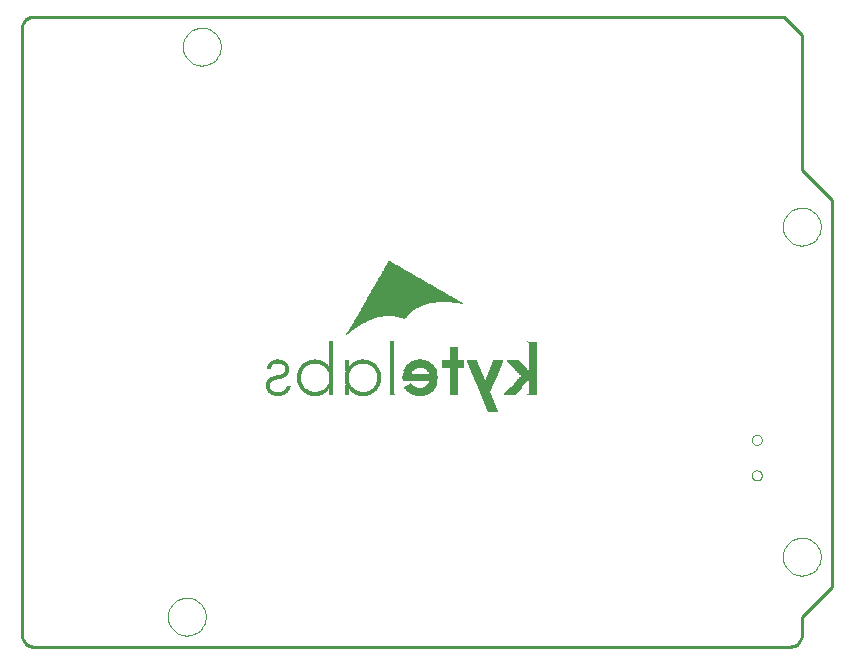
<source format=gbo>
G75*
%MOIN*%
%OFA0B0*%
%FSLAX24Y24*%
%IPPOS*%
%LPD*%
%AMOC8*
5,1,8,0,0,1.08239X$1,22.5*
%
%ADD10C,0.0100*%
%ADD11C,0.0000*%
%ADD12R,0.0310X0.0005*%
%ADD13R,0.0315X0.0005*%
%ADD14R,0.0320X0.0005*%
%ADD15R,0.0085X0.0005*%
%ADD16R,0.0080X0.0005*%
%ADD17R,0.0175X0.0005*%
%ADD18R,0.0160X0.0005*%
%ADD19R,0.0240X0.0005*%
%ADD20R,0.0235X0.0005*%
%ADD21R,0.0215X0.0005*%
%ADD22R,0.0325X0.0005*%
%ADD23R,0.0290X0.0005*%
%ADD24R,0.0275X0.0005*%
%ADD25R,0.0255X0.0005*%
%ADD26R,0.0340X0.0005*%
%ADD27R,0.0005X0.0005*%
%ADD28R,0.0370X0.0005*%
%ADD29R,0.0345X0.0005*%
%ADD30R,0.0300X0.0005*%
%ADD31R,0.0375X0.0005*%
%ADD32R,0.0295X0.0005*%
%ADD33R,0.0415X0.0005*%
%ADD34R,0.0110X0.0005*%
%ADD35R,0.0380X0.0005*%
%ADD36R,0.0385X0.0005*%
%ADD37R,0.0350X0.0005*%
%ADD38R,0.0445X0.0005*%
%ADD39R,0.0105X0.0005*%
%ADD40R,0.0405X0.0005*%
%ADD41R,0.0475X0.0005*%
%ADD42R,0.0435X0.0005*%
%ADD43R,0.0400X0.0005*%
%ADD44R,0.0500X0.0005*%
%ADD45R,0.0460X0.0005*%
%ADD46R,0.0465X0.0005*%
%ADD47R,0.0420X0.0005*%
%ADD48R,0.0525X0.0005*%
%ADD49R,0.0485X0.0005*%
%ADD50R,0.0440X0.0005*%
%ADD51R,0.0550X0.0005*%
%ADD52R,0.0505X0.0005*%
%ADD53R,0.0570X0.0005*%
%ADD54R,0.0480X0.0005*%
%ADD55R,0.0590X0.0005*%
%ADD56R,0.0545X0.0005*%
%ADD57R,0.0495X0.0005*%
%ADD58R,0.0605X0.0005*%
%ADD59R,0.0565X0.0005*%
%ADD60R,0.0510X0.0005*%
%ADD61R,0.0625X0.0005*%
%ADD62R,0.0580X0.0005*%
%ADD63R,0.0645X0.0005*%
%ADD64R,0.0600X0.0005*%
%ADD65R,0.0540X0.0005*%
%ADD66R,0.0665X0.0005*%
%ADD67R,0.0615X0.0005*%
%ADD68R,0.0680X0.0005*%
%ADD69R,0.0635X0.0005*%
%ADD70R,0.0560X0.0005*%
%ADD71R,0.0695X0.0005*%
%ADD72R,0.0715X0.0005*%
%ADD73R,0.0725X0.0005*%
%ADD74R,0.0675X0.0005*%
%ADD75R,0.0740X0.0005*%
%ADD76R,0.0690X0.0005*%
%ADD77R,0.0755X0.0005*%
%ADD78R,0.0285X0.0005*%
%ADD79R,0.0280X0.0005*%
%ADD80R,0.0765X0.0005*%
%ADD81R,0.0260X0.0005*%
%ADD82R,0.0200X0.0005*%
%ADD83R,0.0205X0.0005*%
%ADD84R,0.0330X0.0005*%
%ADD85R,0.0780X0.0005*%
%ADD86R,0.0250X0.0005*%
%ADD87R,0.0190X0.0005*%
%ADD88R,0.0335X0.0005*%
%ADD89R,0.0795X0.0005*%
%ADD90R,0.0230X0.0005*%
%ADD91R,0.0180X0.0005*%
%ADD92R,0.0805X0.0005*%
%ADD93R,0.0225X0.0005*%
%ADD94R,0.0220X0.0005*%
%ADD95R,0.0170X0.0005*%
%ADD96R,0.0815X0.0005*%
%ADD97R,0.0210X0.0005*%
%ADD98R,0.0165X0.0005*%
%ADD99R,0.0830X0.0005*%
%ADD100R,0.0355X0.0005*%
%ADD101R,0.0840X0.0005*%
%ADD102R,0.0195X0.0005*%
%ADD103R,0.0155X0.0005*%
%ADD104R,0.0850X0.0005*%
%ADD105R,0.0150X0.0005*%
%ADD106R,0.0365X0.0005*%
%ADD107R,0.0860X0.0005*%
%ADD108R,0.0145X0.0005*%
%ADD109R,0.0870X0.0005*%
%ADD110R,0.0880X0.0005*%
%ADD111R,0.0140X0.0005*%
%ADD112R,0.0890X0.0005*%
%ADD113R,0.0185X0.0005*%
%ADD114R,0.0135X0.0005*%
%ADD115R,0.0900X0.0005*%
%ADD116R,0.0130X0.0005*%
%ADD117R,0.0910X0.0005*%
%ADD118R,0.0920X0.0005*%
%ADD119R,0.0390X0.0005*%
%ADD120R,0.0925X0.0005*%
%ADD121R,0.0125X0.0005*%
%ADD122R,0.0395X0.0005*%
%ADD123R,0.0935X0.0005*%
%ADD124R,0.0945X0.0005*%
%ADD125R,0.0950X0.0005*%
%ADD126R,0.0120X0.0005*%
%ADD127R,0.0960X0.0005*%
%ADD128R,0.0965X0.0005*%
%ADD129R,0.0975X0.0005*%
%ADD130R,0.0115X0.0005*%
%ADD131R,0.0985X0.0005*%
%ADD132R,0.0425X0.0005*%
%ADD133R,0.0995X0.0005*%
%ADD134R,0.1005X0.0005*%
%ADD135R,0.0410X0.0005*%
%ADD136R,0.0455X0.0005*%
%ADD137R,0.0360X0.0005*%
%ADD138R,0.0100X0.0005*%
%ADD139R,0.0515X0.0005*%
%ADD140R,0.0095X0.0005*%
%ADD141R,0.0535X0.0005*%
%ADD142R,0.0305X0.0005*%
%ADD143R,0.0070X0.0005*%
%ADD144R,0.0055X0.0005*%
%ADD145R,0.0040X0.0005*%
%ADD146R,0.0035X0.0005*%
%ADD147R,0.0555X0.0005*%
%ADD148R,0.0020X0.0005*%
%ADD149R,0.0575X0.0005*%
%ADD150R,0.0585X0.0005*%
%ADD151R,0.0595X0.0005*%
%ADD152R,0.1160X0.0005*%
%ADD153R,0.1165X0.0005*%
%ADD154R,0.0655X0.0005*%
%ADD155R,0.0650X0.0005*%
%ADD156R,0.0640X0.0005*%
%ADD157R,0.0245X0.0005*%
%ADD158R,0.0630X0.0005*%
%ADD159R,0.0620X0.0005*%
%ADD160R,0.1170X0.0005*%
%ADD161R,0.0610X0.0005*%
%ADD162R,0.1175X0.0005*%
%ADD163R,0.0530X0.0005*%
%ADD164R,0.0520X0.0005*%
%ADD165R,0.1155X0.0005*%
%ADD166R,0.0660X0.0005*%
%ADD167R,0.0670X0.0005*%
%ADD168R,0.0745X0.0005*%
%ADD169R,0.0750X0.0005*%
%ADD170R,0.0430X0.0005*%
%ADD171R,0.0970X0.0005*%
%ADD172R,0.0955X0.0005*%
%ADD173R,0.0940X0.0005*%
%ADD174R,0.0930X0.0005*%
%ADD175R,0.0915X0.0005*%
%ADD176R,0.0820X0.0005*%
%ADD177R,0.0810X0.0005*%
%ADD178R,0.0800X0.0005*%
%ADD179R,0.0790X0.0005*%
%ADD180R,0.0730X0.0005*%
%ADD181R,0.0710X0.0005*%
%ADD182R,0.0700X0.0005*%
%ADD183R,0.0685X0.0005*%
%ADD184R,0.0490X0.0005*%
%ADD185R,0.0450X0.0005*%
%ADD186R,0.0470X0.0005*%
%ADD187R,0.0090X0.0005*%
%ADD188R,0.0010X0.0005*%
%ADD189R,0.0015X0.0005*%
%ADD190R,0.0025X0.0005*%
%ADD191R,0.0050X0.0005*%
%ADD192R,0.0060X0.0005*%
%ADD193R,0.0065X0.0005*%
%ADD194R,0.0075X0.0005*%
%ADD195R,0.0270X0.0005*%
%ADD196R,0.0030X0.0005*%
%ADD197R,0.0770X0.0005*%
%ADD198R,0.0845X0.0005*%
%ADD199R,0.1660X0.0005*%
%ADD200R,0.1665X0.0005*%
%ADD201R,0.1670X0.0005*%
%ADD202R,0.1675X0.0005*%
%ADD203R,0.1680X0.0005*%
%ADD204R,0.1685X0.0005*%
%ADD205R,0.1690X0.0005*%
%ADD206R,0.1695X0.0005*%
%ADD207R,0.1700X0.0005*%
%ADD208R,0.1705X0.0005*%
%ADD209R,0.1710X0.0005*%
%ADD210R,0.1715X0.0005*%
%ADD211R,0.1720X0.0005*%
%ADD212R,0.1725X0.0005*%
%ADD213R,0.1730X0.0005*%
%ADD214R,0.1740X0.0005*%
%ADD215R,0.1745X0.0005*%
%ADD216R,0.1750X0.0005*%
%ADD217R,0.1755X0.0005*%
%ADD218R,0.1760X0.0005*%
%ADD219R,0.1765X0.0005*%
%ADD220R,0.1775X0.0005*%
%ADD221R,0.1780X0.0005*%
%ADD222R,0.1785X0.0005*%
%ADD223R,0.1790X0.0005*%
%ADD224R,0.1795X0.0005*%
%ADD225R,0.1800X0.0005*%
%ADD226R,0.1805X0.0005*%
%ADD227R,0.1810X0.0005*%
%ADD228R,0.1815X0.0005*%
%ADD229R,0.1825X0.0005*%
%ADD230R,0.1835X0.0005*%
%ADD231R,0.1840X0.0005*%
%ADD232R,0.1845X0.0005*%
%ADD233R,0.1850X0.0005*%
%ADD234R,0.1855X0.0005*%
%ADD235R,0.1865X0.0005*%
%ADD236R,0.1870X0.0005*%
%ADD237R,0.1880X0.0005*%
%ADD238R,0.1885X0.0005*%
%ADD239R,0.1895X0.0005*%
%ADD240R,0.1900X0.0005*%
%ADD241R,0.1905X0.0005*%
%ADD242R,0.1915X0.0005*%
%ADD243R,0.1925X0.0005*%
%ADD244R,0.1935X0.0005*%
%ADD245R,0.1940X0.0005*%
%ADD246R,0.1950X0.0005*%
%ADD247R,0.1960X0.0005*%
%ADD248R,0.1970X0.0005*%
%ADD249R,0.1980X0.0005*%
%ADD250R,0.1990X0.0005*%
%ADD251R,0.2005X0.0005*%
%ADD252R,0.2015X0.0005*%
%ADD253R,0.2025X0.0005*%
%ADD254R,0.2040X0.0005*%
%ADD255R,0.2050X0.0005*%
%ADD256R,0.2065X0.0005*%
%ADD257R,0.2080X0.0005*%
%ADD258R,0.2095X0.0005*%
%ADD259R,0.2115X0.0005*%
%ADD260R,0.2125X0.0005*%
%ADD261R,0.2145X0.0005*%
%ADD262R,0.2165X0.0005*%
%ADD263R,0.2185X0.0005*%
%ADD264R,0.2210X0.0005*%
%ADD265R,0.2230X0.0005*%
%ADD266R,0.2260X0.0005*%
%ADD267R,0.2285X0.0005*%
%ADD268R,0.2320X0.0005*%
%ADD269R,0.2355X0.0005*%
%ADD270R,0.2410X0.0005*%
%ADD271R,0.2480X0.0005*%
%ADD272R,0.3125X0.0005*%
%ADD273R,0.3115X0.0005*%
%ADD274R,0.3100X0.0005*%
%ADD275R,0.3090X0.0005*%
%ADD276R,0.3075X0.0005*%
%ADD277R,0.3070X0.0005*%
%ADD278R,0.3055X0.0005*%
%ADD279R,0.3040X0.0005*%
%ADD280R,0.3035X0.0005*%
%ADD281R,0.3020X0.0005*%
%ADD282R,0.3010X0.0005*%
%ADD283R,0.2995X0.0005*%
%ADD284R,0.2990X0.0005*%
%ADD285R,0.2975X0.0005*%
%ADD286R,0.2960X0.0005*%
%ADD287R,0.2950X0.0005*%
%ADD288R,0.2940X0.0005*%
%ADD289R,0.2930X0.0005*%
%ADD290R,0.2915X0.0005*%
%ADD291R,0.2905X0.0005*%
%ADD292R,0.2895X0.0005*%
%ADD293R,0.2880X0.0005*%
%ADD294R,0.2870X0.0005*%
%ADD295R,0.2860X0.0005*%
%ADD296R,0.2850X0.0005*%
%ADD297R,0.2835X0.0005*%
%ADD298R,0.2825X0.0005*%
%ADD299R,0.2815X0.0005*%
%ADD300R,0.2800X0.0005*%
%ADD301R,0.2790X0.0005*%
%ADD302R,0.2775X0.0005*%
%ADD303R,0.2770X0.0005*%
%ADD304R,0.2755X0.0005*%
%ADD305R,0.2740X0.0005*%
%ADD306R,0.2730X0.0005*%
%ADD307R,0.2720X0.0005*%
%ADD308R,0.2710X0.0005*%
%ADD309R,0.2695X0.0005*%
%ADD310R,0.2690X0.0005*%
%ADD311R,0.2675X0.0005*%
%ADD312R,0.2660X0.0005*%
%ADD313R,0.2650X0.0005*%
%ADD314R,0.2640X0.0005*%
%ADD315R,0.2630X0.0005*%
%ADD316R,0.2615X0.0005*%
%ADD317R,0.2600X0.0005*%
%ADD318R,0.2595X0.0005*%
%ADD319R,0.2580X0.0005*%
%ADD320R,0.2570X0.0005*%
%ADD321R,0.2560X0.0005*%
%ADD322R,0.2550X0.0005*%
%ADD323R,0.2535X0.0005*%
%ADD324R,0.2525X0.0005*%
%ADD325R,0.2515X0.0005*%
%ADD326R,0.2500X0.0005*%
%ADD327R,0.2490X0.0005*%
%ADD328R,0.2475X0.0005*%
%ADD329R,0.2470X0.0005*%
%ADD330R,0.2455X0.0005*%
%ADD331R,0.2440X0.0005*%
%ADD332R,0.2430X0.0005*%
%ADD333R,0.2420X0.0005*%
%ADD334R,0.2395X0.0005*%
%ADD335R,0.2390X0.0005*%
%ADD336R,0.2375X0.0005*%
%ADD337R,0.2360X0.0005*%
%ADD338R,0.2350X0.0005*%
%ADD339R,0.2340X0.0005*%
%ADD340R,0.2330X0.0005*%
%ADD341R,0.2315X0.0005*%
%ADD342R,0.2305X0.0005*%
%ADD343R,0.2295X0.0005*%
%ADD344R,0.2280X0.0005*%
%ADD345R,0.2270X0.0005*%
%ADD346R,0.2255X0.0005*%
%ADD347R,0.2250X0.0005*%
%ADD348R,0.2235X0.0005*%
%ADD349R,0.2220X0.0005*%
%ADD350R,0.2200X0.0005*%
%ADD351R,0.2190X0.0005*%
%ADD352R,0.2175X0.0005*%
%ADD353R,0.2170X0.0005*%
%ADD354R,0.2155X0.0005*%
%ADD355R,0.2140X0.0005*%
%ADD356R,0.2130X0.0005*%
%ADD357R,0.2120X0.0005*%
%ADD358R,0.2110X0.0005*%
%ADD359R,0.2085X0.0005*%
%ADD360R,0.2075X0.0005*%
%ADD361R,0.2060X0.0005*%
%ADD362R,0.2035X0.0005*%
%ADD363R,0.2030X0.0005*%
%ADD364R,0.1995X0.0005*%
%ADD365R,0.1955X0.0005*%
%ADD366R,0.1920X0.0005*%
%ADD367R,0.1910X0.0005*%
%ADD368R,0.1890X0.0005*%
%ADD369R,0.1875X0.0005*%
%ADD370R,0.1830X0.0005*%
%ADD371R,0.1820X0.0005*%
%ADD372R,0.1735X0.0005*%
%ADD373R,0.1655X0.0005*%
%ADD374R,0.1650X0.0005*%
%ADD375R,0.1635X0.0005*%
%ADD376R,0.1620X0.0005*%
%ADD377R,0.1610X0.0005*%
%ADD378R,0.1600X0.0005*%
%ADD379R,0.1590X0.0005*%
%ADD380R,0.1575X0.0005*%
%ADD381R,0.1565X0.0005*%
%ADD382R,0.1555X0.0005*%
%ADD383R,0.1540X0.0005*%
%ADD384R,0.1530X0.0005*%
%ADD385R,0.1520X0.0005*%
%ADD386R,0.1510X0.0005*%
%ADD387R,0.1495X0.0005*%
%ADD388R,0.1485X0.0005*%
%ADD389R,0.1475X0.0005*%
%ADD390R,0.1460X0.0005*%
%ADD391R,0.1450X0.0005*%
%ADD392R,0.1435X0.0005*%
%ADD393R,0.1430X0.0005*%
%ADD394R,0.1415X0.0005*%
%ADD395R,0.1400X0.0005*%
%ADD396R,0.1395X0.0005*%
%ADD397R,0.1380X0.0005*%
%ADD398R,0.1370X0.0005*%
%ADD399R,0.1355X0.0005*%
%ADD400R,0.1350X0.0005*%
%ADD401R,0.1335X0.0005*%
%ADD402R,0.1320X0.0005*%
%ADD403R,0.1310X0.0005*%
%ADD404R,0.1300X0.0005*%
%ADD405R,0.1290X0.0005*%
%ADD406R,0.1275X0.0005*%
%ADD407R,0.1265X0.0005*%
%ADD408R,0.1255X0.0005*%
%ADD409R,0.1240X0.0005*%
%ADD410R,0.1230X0.0005*%
%ADD411R,0.1220X0.0005*%
%ADD412R,0.1210X0.0005*%
%ADD413R,0.1195X0.0005*%
%ADD414R,0.1185X0.0005*%
%ADD415R,0.1150X0.0005*%
%ADD416R,0.1135X0.0005*%
%ADD417R,0.1130X0.0005*%
%ADD418R,0.1115X0.0005*%
%ADD419R,0.1100X0.0005*%
%ADD420R,0.1090X0.0005*%
%ADD421R,0.1080X0.0005*%
%ADD422R,0.1070X0.0005*%
%ADD423R,0.1055X0.0005*%
%ADD424R,0.1050X0.0005*%
%ADD425R,0.1035X0.0005*%
%ADD426R,0.1020X0.0005*%
%ADD427R,0.1010X0.0005*%
%ADD428R,0.0990X0.0005*%
%ADD429R,0.0895X0.0005*%
%ADD430R,0.0875X0.0005*%
%ADD431R,0.0835X0.0005*%
%ADD432R,0.0735X0.0005*%
%ADD433R,0.0720X0.0005*%
D10*
X001674Y001333D02*
X026886Y001333D01*
X026925Y001335D01*
X026963Y001341D01*
X027000Y001350D01*
X027037Y001363D01*
X027072Y001380D01*
X027105Y001399D01*
X027136Y001422D01*
X027165Y001448D01*
X027191Y001477D01*
X027214Y001508D01*
X027233Y001541D01*
X027250Y001576D01*
X027263Y001613D01*
X027272Y001650D01*
X027278Y001688D01*
X027280Y001727D01*
X027280Y002333D01*
X028280Y003333D01*
X028280Y016233D01*
X027280Y017233D01*
X027280Y021733D01*
X026680Y022333D01*
X001674Y022333D01*
X001674Y022334D02*
X001635Y022332D01*
X001597Y022326D01*
X001560Y022317D01*
X001523Y022304D01*
X001488Y022287D01*
X001455Y022268D01*
X001424Y022245D01*
X001395Y022219D01*
X001369Y022190D01*
X001346Y022159D01*
X001327Y022126D01*
X001310Y022091D01*
X001297Y022054D01*
X001288Y022017D01*
X001282Y021979D01*
X001280Y021940D01*
X001280Y001727D01*
X001282Y001688D01*
X001288Y001650D01*
X001297Y001613D01*
X001310Y001576D01*
X001327Y001541D01*
X001346Y001508D01*
X001369Y001477D01*
X001395Y001448D01*
X001424Y001422D01*
X001455Y001399D01*
X001488Y001380D01*
X001523Y001363D01*
X001560Y001350D01*
X001597Y001341D01*
X001635Y001335D01*
X001674Y001333D01*
D11*
X006150Y002333D02*
X006152Y002383D01*
X006158Y002433D01*
X006168Y002482D01*
X006182Y002530D01*
X006199Y002577D01*
X006220Y002622D01*
X006245Y002666D01*
X006273Y002707D01*
X006305Y002746D01*
X006339Y002783D01*
X006376Y002817D01*
X006416Y002847D01*
X006458Y002874D01*
X006502Y002898D01*
X006548Y002919D01*
X006595Y002935D01*
X006643Y002948D01*
X006693Y002957D01*
X006742Y002962D01*
X006793Y002963D01*
X006843Y002960D01*
X006892Y002953D01*
X006941Y002942D01*
X006989Y002927D01*
X007035Y002909D01*
X007080Y002887D01*
X007123Y002861D01*
X007164Y002832D01*
X007203Y002800D01*
X007239Y002765D01*
X007271Y002727D01*
X007301Y002687D01*
X007328Y002644D01*
X007351Y002600D01*
X007370Y002554D01*
X007386Y002506D01*
X007398Y002457D01*
X007406Y002408D01*
X007410Y002358D01*
X007410Y002308D01*
X007406Y002258D01*
X007398Y002209D01*
X007386Y002160D01*
X007370Y002112D01*
X007351Y002066D01*
X007328Y002022D01*
X007301Y001979D01*
X007271Y001939D01*
X007239Y001901D01*
X007203Y001866D01*
X007164Y001834D01*
X007123Y001805D01*
X007080Y001779D01*
X007035Y001757D01*
X006989Y001739D01*
X006941Y001724D01*
X006892Y001713D01*
X006843Y001706D01*
X006793Y001703D01*
X006742Y001704D01*
X006693Y001709D01*
X006643Y001718D01*
X006595Y001731D01*
X006548Y001747D01*
X006502Y001768D01*
X006458Y001792D01*
X006416Y001819D01*
X006376Y001849D01*
X006339Y001883D01*
X006305Y001920D01*
X006273Y001959D01*
X006245Y002000D01*
X006220Y002044D01*
X006199Y002089D01*
X006182Y002136D01*
X006168Y002184D01*
X006158Y002233D01*
X006152Y002283D01*
X006150Y002333D01*
X025613Y007043D02*
X025615Y007068D01*
X025621Y007093D01*
X025630Y007117D01*
X025643Y007139D01*
X025660Y007159D01*
X025679Y007176D01*
X025700Y007190D01*
X025724Y007200D01*
X025748Y007207D01*
X025774Y007210D01*
X025799Y007209D01*
X025824Y007204D01*
X025848Y007195D01*
X025871Y007183D01*
X025891Y007168D01*
X025909Y007149D01*
X025924Y007128D01*
X025935Y007105D01*
X025943Y007081D01*
X025947Y007056D01*
X025947Y007030D01*
X025943Y007005D01*
X025935Y006981D01*
X025924Y006958D01*
X025909Y006937D01*
X025891Y006918D01*
X025871Y006903D01*
X025848Y006891D01*
X025824Y006882D01*
X025799Y006877D01*
X025774Y006876D01*
X025748Y006879D01*
X025724Y006886D01*
X025700Y006896D01*
X025679Y006910D01*
X025660Y006927D01*
X025643Y006947D01*
X025630Y006969D01*
X025621Y006993D01*
X025615Y007018D01*
X025613Y007043D01*
X025613Y008224D02*
X025615Y008249D01*
X025621Y008274D01*
X025630Y008298D01*
X025643Y008320D01*
X025660Y008340D01*
X025679Y008357D01*
X025700Y008371D01*
X025724Y008381D01*
X025748Y008388D01*
X025774Y008391D01*
X025799Y008390D01*
X025824Y008385D01*
X025848Y008376D01*
X025871Y008364D01*
X025891Y008349D01*
X025909Y008330D01*
X025924Y008309D01*
X025935Y008286D01*
X025943Y008262D01*
X025947Y008237D01*
X025947Y008211D01*
X025943Y008186D01*
X025935Y008162D01*
X025924Y008139D01*
X025909Y008118D01*
X025891Y008099D01*
X025871Y008084D01*
X025848Y008072D01*
X025824Y008063D01*
X025799Y008058D01*
X025774Y008057D01*
X025748Y008060D01*
X025724Y008067D01*
X025700Y008077D01*
X025679Y008091D01*
X025660Y008108D01*
X025643Y008128D01*
X025630Y008150D01*
X025621Y008174D01*
X025615Y008199D01*
X025613Y008224D01*
X026650Y004333D02*
X026652Y004383D01*
X026658Y004433D01*
X026668Y004482D01*
X026682Y004530D01*
X026699Y004577D01*
X026720Y004622D01*
X026745Y004666D01*
X026773Y004707D01*
X026805Y004746D01*
X026839Y004783D01*
X026876Y004817D01*
X026916Y004847D01*
X026958Y004874D01*
X027002Y004898D01*
X027048Y004919D01*
X027095Y004935D01*
X027143Y004948D01*
X027193Y004957D01*
X027242Y004962D01*
X027293Y004963D01*
X027343Y004960D01*
X027392Y004953D01*
X027441Y004942D01*
X027489Y004927D01*
X027535Y004909D01*
X027580Y004887D01*
X027623Y004861D01*
X027664Y004832D01*
X027703Y004800D01*
X027739Y004765D01*
X027771Y004727D01*
X027801Y004687D01*
X027828Y004644D01*
X027851Y004600D01*
X027870Y004554D01*
X027886Y004506D01*
X027898Y004457D01*
X027906Y004408D01*
X027910Y004358D01*
X027910Y004308D01*
X027906Y004258D01*
X027898Y004209D01*
X027886Y004160D01*
X027870Y004112D01*
X027851Y004066D01*
X027828Y004022D01*
X027801Y003979D01*
X027771Y003939D01*
X027739Y003901D01*
X027703Y003866D01*
X027664Y003834D01*
X027623Y003805D01*
X027580Y003779D01*
X027535Y003757D01*
X027489Y003739D01*
X027441Y003724D01*
X027392Y003713D01*
X027343Y003706D01*
X027293Y003703D01*
X027242Y003704D01*
X027193Y003709D01*
X027143Y003718D01*
X027095Y003731D01*
X027048Y003747D01*
X027002Y003768D01*
X026958Y003792D01*
X026916Y003819D01*
X026876Y003849D01*
X026839Y003883D01*
X026805Y003920D01*
X026773Y003959D01*
X026745Y004000D01*
X026720Y004044D01*
X026699Y004089D01*
X026682Y004136D01*
X026668Y004184D01*
X026658Y004233D01*
X026652Y004283D01*
X026650Y004333D01*
X026650Y015333D02*
X026652Y015383D01*
X026658Y015433D01*
X026668Y015482D01*
X026682Y015530D01*
X026699Y015577D01*
X026720Y015622D01*
X026745Y015666D01*
X026773Y015707D01*
X026805Y015746D01*
X026839Y015783D01*
X026876Y015817D01*
X026916Y015847D01*
X026958Y015874D01*
X027002Y015898D01*
X027048Y015919D01*
X027095Y015935D01*
X027143Y015948D01*
X027193Y015957D01*
X027242Y015962D01*
X027293Y015963D01*
X027343Y015960D01*
X027392Y015953D01*
X027441Y015942D01*
X027489Y015927D01*
X027535Y015909D01*
X027580Y015887D01*
X027623Y015861D01*
X027664Y015832D01*
X027703Y015800D01*
X027739Y015765D01*
X027771Y015727D01*
X027801Y015687D01*
X027828Y015644D01*
X027851Y015600D01*
X027870Y015554D01*
X027886Y015506D01*
X027898Y015457D01*
X027906Y015408D01*
X027910Y015358D01*
X027910Y015308D01*
X027906Y015258D01*
X027898Y015209D01*
X027886Y015160D01*
X027870Y015112D01*
X027851Y015066D01*
X027828Y015022D01*
X027801Y014979D01*
X027771Y014939D01*
X027739Y014901D01*
X027703Y014866D01*
X027664Y014834D01*
X027623Y014805D01*
X027580Y014779D01*
X027535Y014757D01*
X027489Y014739D01*
X027441Y014724D01*
X027392Y014713D01*
X027343Y014706D01*
X027293Y014703D01*
X027242Y014704D01*
X027193Y014709D01*
X027143Y014718D01*
X027095Y014731D01*
X027048Y014747D01*
X027002Y014768D01*
X026958Y014792D01*
X026916Y014819D01*
X026876Y014849D01*
X026839Y014883D01*
X026805Y014920D01*
X026773Y014959D01*
X026745Y015000D01*
X026720Y015044D01*
X026699Y015089D01*
X026682Y015136D01*
X026668Y015184D01*
X026658Y015233D01*
X026652Y015283D01*
X026650Y015333D01*
X006650Y021333D02*
X006652Y021383D01*
X006658Y021433D01*
X006668Y021482D01*
X006682Y021530D01*
X006699Y021577D01*
X006720Y021622D01*
X006745Y021666D01*
X006773Y021707D01*
X006805Y021746D01*
X006839Y021783D01*
X006876Y021817D01*
X006916Y021847D01*
X006958Y021874D01*
X007002Y021898D01*
X007048Y021919D01*
X007095Y021935D01*
X007143Y021948D01*
X007193Y021957D01*
X007242Y021962D01*
X007293Y021963D01*
X007343Y021960D01*
X007392Y021953D01*
X007441Y021942D01*
X007489Y021927D01*
X007535Y021909D01*
X007580Y021887D01*
X007623Y021861D01*
X007664Y021832D01*
X007703Y021800D01*
X007739Y021765D01*
X007771Y021727D01*
X007801Y021687D01*
X007828Y021644D01*
X007851Y021600D01*
X007870Y021554D01*
X007886Y021506D01*
X007898Y021457D01*
X007906Y021408D01*
X007910Y021358D01*
X007910Y021308D01*
X007906Y021258D01*
X007898Y021209D01*
X007886Y021160D01*
X007870Y021112D01*
X007851Y021066D01*
X007828Y021022D01*
X007801Y020979D01*
X007771Y020939D01*
X007739Y020901D01*
X007703Y020866D01*
X007664Y020834D01*
X007623Y020805D01*
X007580Y020779D01*
X007535Y020757D01*
X007489Y020739D01*
X007441Y020724D01*
X007392Y020713D01*
X007343Y020706D01*
X007293Y020703D01*
X007242Y020704D01*
X007193Y020709D01*
X007143Y020718D01*
X007095Y020731D01*
X007048Y020747D01*
X007002Y020768D01*
X006958Y020792D01*
X006916Y020819D01*
X006876Y020849D01*
X006839Y020883D01*
X006805Y020920D01*
X006773Y020959D01*
X006745Y021000D01*
X006720Y021044D01*
X006699Y021089D01*
X006682Y021136D01*
X006668Y021184D01*
X006658Y021233D01*
X006652Y021283D01*
X006650Y021333D01*
D12*
X013603Y014038D03*
X012478Y012088D03*
X014183Y010538D03*
X014188Y010543D03*
X014178Y010528D03*
X014948Y010533D03*
X014953Y010528D03*
X014953Y010523D03*
X014953Y010043D03*
X014948Y010033D03*
X016378Y010608D03*
X016388Y010583D03*
X016398Y010558D03*
X016408Y010533D03*
X016413Y010523D03*
X016418Y010508D03*
X016423Y010498D03*
X016428Y010488D03*
X016428Y010483D03*
X016433Y010473D03*
X016438Y010463D03*
X016438Y010458D03*
X016443Y010448D03*
X016448Y010438D03*
X016448Y010433D03*
X016453Y010423D03*
X016458Y010413D03*
X016458Y010408D03*
X016463Y010403D03*
X016463Y010398D03*
X016468Y010388D03*
X016468Y010383D03*
X016473Y010378D03*
X016473Y010373D03*
X016478Y010363D03*
X016478Y010358D03*
X016483Y010353D03*
X016483Y010348D03*
X016488Y010343D03*
X016488Y010338D03*
X016493Y010328D03*
X016493Y010323D03*
X016498Y010318D03*
X016498Y010313D03*
X016503Y010308D03*
X016503Y010303D03*
X016503Y010298D03*
X016508Y010293D03*
X016508Y010288D03*
X016513Y010283D03*
X016513Y010278D03*
X016513Y010273D03*
X016518Y010268D03*
X016518Y010263D03*
X016523Y010258D03*
X016523Y010253D03*
X016523Y010248D03*
X016528Y010243D03*
X016528Y010238D03*
X016533Y010233D03*
X016533Y010228D03*
X016538Y010218D03*
X016538Y010213D03*
X016543Y010208D03*
X016543Y010203D03*
X016548Y010193D03*
X016553Y010183D03*
X016553Y010178D03*
X016558Y010168D03*
X016563Y010158D03*
X016563Y010153D03*
X016568Y010143D03*
X016973Y010378D03*
X016978Y010388D03*
X016983Y010403D03*
X016988Y010413D03*
X016993Y010428D03*
X016998Y010438D03*
X017003Y010448D03*
X017003Y010453D03*
X017008Y010463D03*
X017013Y010473D03*
X017013Y010478D03*
X017018Y010483D03*
X017018Y010488D03*
X017023Y010498D03*
X017023Y010503D03*
X017028Y010508D03*
X017028Y010513D03*
X017033Y010518D03*
X017033Y010523D03*
X017033Y010528D03*
X017038Y010533D03*
X017038Y010538D03*
X017043Y010543D03*
X017043Y010548D03*
X017043Y010553D03*
X017048Y010558D03*
X017048Y010563D03*
X017053Y010568D03*
X017053Y010573D03*
X017058Y010583D03*
X017058Y010588D03*
X017063Y010593D03*
X017063Y010598D03*
X017068Y010608D03*
X017073Y010618D03*
X017073Y010623D03*
X017078Y010633D03*
X017083Y010643D03*
X017088Y010658D03*
X017093Y010668D03*
X017103Y010693D03*
X017113Y010718D03*
X016983Y009153D03*
X009933Y010343D03*
D13*
X009815Y010848D03*
X011050Y009703D03*
X012660Y009703D03*
X014210Y009973D03*
X014190Y010548D03*
X014195Y010553D03*
X014940Y010543D03*
X014945Y010538D03*
X014950Y010038D03*
X014945Y010028D03*
X014940Y010023D03*
X016365Y010633D03*
X016365Y010638D03*
X016365Y010643D03*
X016360Y010648D03*
X016360Y010653D03*
X016355Y010658D03*
X016355Y010663D03*
X016350Y010668D03*
X016350Y010673D03*
X016350Y010678D03*
X016345Y010683D03*
X016345Y010688D03*
X016340Y010693D03*
X016340Y010698D03*
X016340Y010703D03*
X016335Y010708D03*
X016335Y010713D03*
X016330Y010718D03*
X016330Y010723D03*
X016325Y010733D03*
X016325Y010738D03*
X016320Y010743D03*
X016320Y010748D03*
X016315Y010758D03*
X016315Y010763D03*
X016310Y010768D03*
X016310Y010773D03*
X016305Y010783D03*
X016305Y010788D03*
X016300Y010793D03*
X016300Y010798D03*
X016295Y010808D03*
X016290Y010818D03*
X016290Y010823D03*
X016285Y010833D03*
X016280Y010843D03*
X016370Y010628D03*
X016370Y010623D03*
X016375Y010618D03*
X016375Y010613D03*
X016380Y010603D03*
X016380Y010598D03*
X016385Y010593D03*
X016385Y010588D03*
X016390Y010578D03*
X016390Y010573D03*
X016395Y010568D03*
X016395Y010563D03*
X016400Y010553D03*
X016400Y010548D03*
X016405Y010543D03*
X016405Y010538D03*
X016410Y010528D03*
X016415Y010518D03*
X016415Y010513D03*
X016420Y010503D03*
X016425Y010493D03*
X016430Y010478D03*
X016435Y010468D03*
X016440Y010453D03*
X016445Y010443D03*
X016450Y010428D03*
X016455Y010418D03*
X016465Y010393D03*
X016475Y010368D03*
X016490Y010333D03*
X017055Y010578D03*
X017065Y010603D03*
X017070Y010613D03*
X017075Y010628D03*
X017080Y010638D03*
X017085Y010648D03*
X017085Y010653D03*
X017090Y010663D03*
X017095Y010673D03*
X017095Y010678D03*
X017100Y010683D03*
X017100Y010688D03*
X017105Y010698D03*
X017105Y010703D03*
X017110Y010708D03*
X017110Y010713D03*
X017115Y010723D03*
X017115Y010728D03*
X017120Y010733D03*
X017120Y010738D03*
X017125Y010743D03*
X017125Y010748D03*
X017125Y010753D03*
X017130Y010758D03*
X017130Y010763D03*
X017135Y010768D03*
X017135Y010773D03*
X017140Y010783D03*
X017140Y010788D03*
X017145Y010793D03*
X017145Y010798D03*
X017150Y010808D03*
X017155Y010818D03*
X017155Y010823D03*
X017160Y010833D03*
X017165Y010843D03*
X017165Y010848D03*
X016770Y009673D03*
X016780Y009648D03*
X016805Y009588D03*
X016815Y009563D03*
X016820Y009553D03*
X016830Y009528D03*
X016840Y009503D03*
X016845Y009493D03*
X016850Y009478D03*
X016855Y009468D03*
X016860Y009453D03*
X016865Y009443D03*
X016870Y009433D03*
X016870Y009428D03*
X016875Y009418D03*
X016880Y009408D03*
X016885Y009398D03*
X016885Y009393D03*
X016890Y009383D03*
X016895Y009373D03*
X016895Y009368D03*
X016900Y009358D03*
X016900Y009353D03*
X016905Y009348D03*
X016905Y009343D03*
X016910Y009333D03*
X016915Y009323D03*
X016915Y009318D03*
X016920Y009313D03*
X016920Y009308D03*
X016925Y009298D03*
X016925Y009293D03*
X016930Y009288D03*
X016930Y009283D03*
X016935Y009273D03*
X016935Y009268D03*
X016940Y009263D03*
X016940Y009258D03*
X016945Y009253D03*
X016945Y009248D03*
X016945Y009243D03*
X016950Y009238D03*
X016950Y009233D03*
X016955Y009228D03*
X016955Y009223D03*
X016960Y009218D03*
X016960Y009213D03*
X016960Y009208D03*
X016965Y009203D03*
X016965Y009198D03*
X016970Y009193D03*
X016970Y009188D03*
X016970Y009183D03*
X016975Y009178D03*
X016975Y009173D03*
X016980Y009168D03*
X016980Y009163D03*
X016980Y009158D03*
X012485Y012093D03*
X013605Y014033D03*
D14*
X012488Y012098D03*
X014198Y010558D03*
X014933Y010553D03*
X014938Y010548D03*
X014938Y010018D03*
X014933Y010013D03*
X016328Y010728D03*
X016318Y010753D03*
X016308Y010778D03*
X016298Y010803D03*
X016293Y010813D03*
X016288Y010828D03*
X016283Y010838D03*
X016278Y010848D03*
X017138Y010778D03*
X017148Y010803D03*
X017153Y010813D03*
X017158Y010828D03*
X017163Y010838D03*
X016723Y009788D03*
X016728Y009778D03*
X016728Y009773D03*
X016733Y009768D03*
X016733Y009763D03*
X016738Y009753D03*
X016738Y009748D03*
X016743Y009743D03*
X016743Y009738D03*
X016748Y009733D03*
X016748Y009728D03*
X016748Y009723D03*
X016753Y009718D03*
X016753Y009713D03*
X016758Y009708D03*
X016758Y009703D03*
X016763Y009693D03*
X016763Y009688D03*
X016768Y009683D03*
X016768Y009678D03*
X016773Y009668D03*
X016773Y009663D03*
X016778Y009658D03*
X016778Y009653D03*
X016783Y009643D03*
X016783Y009638D03*
X016788Y009633D03*
X016788Y009628D03*
X016793Y009623D03*
X016793Y009618D03*
X016793Y009613D03*
X016798Y009608D03*
X016798Y009603D03*
X016803Y009598D03*
X016803Y009593D03*
X016808Y009583D03*
X016808Y009578D03*
X016813Y009573D03*
X016813Y009568D03*
X016818Y009558D03*
X016823Y009548D03*
X016823Y009543D03*
X016828Y009538D03*
X016828Y009533D03*
X016833Y009523D03*
X016833Y009518D03*
X016838Y009513D03*
X016838Y009508D03*
X016843Y009498D03*
X016848Y009488D03*
X016848Y009483D03*
X016853Y009473D03*
X016858Y009463D03*
X016858Y009458D03*
X016863Y009448D03*
X016868Y009438D03*
X016873Y009423D03*
X016878Y009413D03*
X016883Y009403D03*
X016888Y009388D03*
X016893Y009378D03*
X016898Y009363D03*
X016908Y009338D03*
X016913Y009328D03*
X016923Y009303D03*
X016933Y009278D03*
X009818Y009708D03*
X009693Y010248D03*
D15*
X011050Y009683D03*
X012660Y009683D03*
X012660Y010873D03*
X012225Y011843D03*
X014235Y010048D03*
X014555Y009683D03*
X013545Y014133D03*
D16*
X014023Y012263D03*
X015908Y012773D03*
X012218Y011838D03*
X009818Y010873D03*
X009828Y009683D03*
D17*
X010060Y009818D03*
X010050Y010398D03*
X010035Y010743D03*
X010705Y010688D03*
X010710Y010693D03*
X011380Y010703D03*
X011385Y010698D03*
X011560Y010523D03*
X011560Y010028D03*
X011560Y010023D03*
X011375Y009853D03*
X011050Y009688D03*
X010705Y009868D03*
X009565Y010193D03*
X012150Y010028D03*
X012150Y010023D03*
X012335Y009853D03*
X012340Y009848D03*
X012660Y009688D03*
X012150Y010523D03*
X012325Y010698D03*
X012330Y010703D03*
X013000Y010693D03*
X013005Y010688D03*
X012335Y011958D03*
X013570Y014093D03*
X014555Y009688D03*
D18*
X013043Y009903D03*
X013038Y009898D03*
X013033Y009893D03*
X012313Y009868D03*
X012143Y010053D03*
X012143Y010058D03*
X012143Y010493D03*
X012143Y010498D03*
X012308Y010683D03*
X012313Y010688D03*
X013038Y010663D03*
X011568Y010498D03*
X011568Y010493D03*
X011403Y010683D03*
X011398Y010688D03*
X011568Y010058D03*
X011568Y010053D03*
X011403Y009873D03*
X011398Y009868D03*
X010678Y009893D03*
X010673Y009898D03*
X010668Y009903D03*
X010078Y009833D03*
X010073Y009828D03*
X009823Y009688D03*
X009563Y009828D03*
X009548Y010178D03*
X009553Y010183D03*
X009593Y010733D03*
X010048Y010733D03*
X010063Y010408D03*
X010673Y010663D03*
D19*
X011298Y010748D03*
X011293Y009808D03*
X012418Y009808D03*
X012413Y010748D03*
X014213Y009993D03*
X014553Y009693D03*
X009633Y009793D03*
D20*
X010005Y009793D03*
X010795Y009813D03*
X011050Y009693D03*
X011530Y010608D03*
X012180Y010608D03*
X012915Y009813D03*
X012660Y009693D03*
X010790Y010743D03*
X012405Y012023D03*
X013980Y012303D03*
X015785Y012798D03*
X013585Y014068D03*
D21*
X013580Y014078D03*
X012940Y010733D03*
X012170Y010583D03*
X012170Y009968D03*
X011540Y009968D03*
X011540Y009973D03*
X011540Y010583D03*
X010770Y010733D03*
X010010Y010373D03*
X009600Y010213D03*
X009615Y009798D03*
X009820Y009693D03*
X010020Y009798D03*
X010765Y009828D03*
X009815Y010863D03*
X014215Y010003D03*
D22*
X012660Y010853D03*
X012495Y012103D03*
X013950Y012323D03*
X015725Y012808D03*
X016720Y009803D03*
X016720Y009798D03*
X016720Y009793D03*
X016725Y009783D03*
X016735Y009758D03*
X016760Y009698D03*
X011050Y010853D03*
X009920Y010338D03*
D23*
X009663Y010238D03*
X009818Y009703D03*
X011053Y010858D03*
X012658Y010858D03*
X014148Y010468D03*
X014148Y010463D03*
X014153Y010473D03*
X014153Y010478D03*
X014158Y010488D03*
X014143Y010448D03*
X014978Y010473D03*
X014983Y010463D03*
X014983Y010458D03*
X014988Y010453D03*
X014988Y010448D03*
X014988Y010443D03*
X014993Y010428D03*
X014998Y010163D03*
X014993Y010143D03*
X014993Y010138D03*
X014988Y010128D03*
X014988Y010123D03*
X014988Y010118D03*
X014983Y010108D03*
X014983Y010103D03*
X014978Y010093D03*
X014553Y009698D03*
D24*
X014210Y009983D03*
X012660Y009698D03*
X011050Y009698D03*
X009650Y010233D03*
X012445Y012058D03*
X013965Y012313D03*
D25*
X012420Y012038D03*
X012425Y010753D03*
X012430Y009803D03*
X011280Y009803D03*
X011285Y010753D03*
X009815Y010858D03*
X009820Y009698D03*
X014560Y010863D03*
D26*
X014913Y009993D03*
X014553Y009703D03*
X016718Y009818D03*
X012508Y012113D03*
X013613Y014023D03*
X009903Y010333D03*
D27*
X009770Y010873D03*
X011645Y009708D03*
X012610Y010873D03*
X013585Y009708D03*
X014250Y010078D03*
X014510Y010873D03*
X014615Y010873D03*
X015825Y009708D03*
X017720Y009708D03*
X018160Y009708D03*
X018160Y011473D03*
D28*
X017753Y009948D03*
X017748Y009943D03*
X017743Y009938D03*
X017718Y009908D03*
X017713Y009903D03*
X017708Y009898D03*
X017703Y009893D03*
X017698Y009888D03*
X017693Y009883D03*
X017683Y009868D03*
X017678Y009863D03*
X017673Y009858D03*
X017668Y009853D03*
X017663Y009848D03*
X017658Y009843D03*
X017653Y009838D03*
X017648Y009833D03*
X017638Y009818D03*
X017633Y009813D03*
X017628Y009808D03*
X017623Y009803D03*
X017618Y009798D03*
X017613Y009793D03*
X017608Y009788D03*
X017588Y009763D03*
X017583Y009758D03*
X017578Y009753D03*
X017573Y009748D03*
X017568Y009743D03*
X014888Y009968D03*
X014553Y009708D03*
X014248Y010603D03*
X014883Y010598D03*
X012538Y012138D03*
X009878Y010323D03*
X009748Y010268D03*
D29*
X009720Y010258D03*
X011050Y009708D03*
X012660Y009708D03*
X014220Y010583D03*
X014910Y010578D03*
X014910Y009988D03*
X016720Y009828D03*
X016720Y009823D03*
X012515Y012118D03*
D30*
X012473Y012083D03*
X013958Y012318D03*
X014563Y010858D03*
X014963Y010508D03*
X014963Y010503D03*
X014968Y010498D03*
X014973Y010488D03*
X014973Y010078D03*
X014968Y010068D03*
X014963Y010058D03*
X014168Y010508D03*
X014168Y010513D03*
X014173Y010518D03*
X016878Y010148D03*
X016878Y010143D03*
X016883Y010153D03*
X016883Y010158D03*
X016888Y010168D03*
X016888Y010173D03*
X016893Y010178D03*
X016893Y010183D03*
X016898Y010193D03*
X016903Y010203D03*
X016903Y010208D03*
X016908Y010218D03*
X016913Y010233D03*
X016918Y010243D03*
X016928Y010268D03*
X016933Y010278D03*
X016943Y010303D03*
X018303Y009713D03*
X018303Y011468D03*
D31*
X017815Y010668D03*
X017820Y010663D03*
X017825Y010658D03*
X017830Y010653D03*
X017880Y010598D03*
X017885Y010593D03*
X017890Y010588D03*
X017895Y010583D03*
X017900Y010578D03*
X017905Y010573D03*
X017910Y010568D03*
X017915Y010563D03*
X017920Y010558D03*
X017925Y010553D03*
X017930Y010548D03*
X017935Y010543D03*
X017935Y010538D03*
X017940Y010533D03*
X017945Y010528D03*
X017950Y010523D03*
X017955Y010518D03*
X017960Y010513D03*
X017645Y009828D03*
X017640Y009823D03*
X017605Y009783D03*
X017600Y009778D03*
X017595Y009773D03*
X017590Y009768D03*
X017565Y009738D03*
X017560Y009733D03*
X017555Y009728D03*
X017550Y009723D03*
X017545Y009718D03*
X017540Y009713D03*
X016720Y009858D03*
X016720Y009863D03*
X014880Y009963D03*
X014560Y010848D03*
X012545Y012143D03*
X013620Y014008D03*
X009815Y010833D03*
X009865Y010318D03*
D32*
X009945Y010348D03*
X012460Y012073D03*
X012465Y012078D03*
X014160Y010498D03*
X014160Y010493D03*
X014155Y010483D03*
X014165Y010503D03*
X014210Y009978D03*
X014970Y010073D03*
X014975Y010083D03*
X014975Y010088D03*
X014980Y010098D03*
X014985Y010113D03*
X014980Y010468D03*
X014975Y010478D03*
X014975Y010483D03*
X014970Y010493D03*
X015685Y010493D03*
X015685Y010488D03*
X015685Y010483D03*
X015685Y010478D03*
X015685Y010473D03*
X015685Y010468D03*
X015685Y010463D03*
X015685Y010458D03*
X015685Y010453D03*
X015685Y010448D03*
X015685Y010443D03*
X015685Y010438D03*
X015685Y010433D03*
X015685Y010428D03*
X015685Y010423D03*
X015685Y010418D03*
X015685Y010413D03*
X015685Y010408D03*
X015685Y010403D03*
X015685Y010398D03*
X015685Y010393D03*
X015685Y010388D03*
X015685Y010383D03*
X015685Y010378D03*
X015685Y010373D03*
X015685Y010368D03*
X015685Y010363D03*
X015685Y010358D03*
X015685Y010353D03*
X015685Y010348D03*
X015685Y010343D03*
X015685Y010338D03*
X015685Y010333D03*
X015685Y010328D03*
X015685Y010323D03*
X015685Y010318D03*
X015685Y010313D03*
X015685Y010308D03*
X015685Y010303D03*
X015685Y010298D03*
X015685Y010293D03*
X015685Y010288D03*
X015685Y010283D03*
X015685Y010278D03*
X015685Y010273D03*
X015685Y010268D03*
X015685Y010263D03*
X015685Y010258D03*
X015685Y010253D03*
X015685Y010248D03*
X015685Y010243D03*
X015685Y010238D03*
X015685Y010233D03*
X015685Y010228D03*
X015685Y010223D03*
X015685Y010218D03*
X015685Y010213D03*
X015685Y010208D03*
X015685Y010203D03*
X015685Y010198D03*
X015685Y010193D03*
X015685Y010188D03*
X015685Y010183D03*
X015685Y010178D03*
X015685Y010173D03*
X015685Y010168D03*
X015685Y010163D03*
X015685Y010158D03*
X015685Y010153D03*
X015685Y010148D03*
X015685Y010143D03*
X015685Y010138D03*
X015685Y010133D03*
X015685Y010128D03*
X015685Y010123D03*
X015685Y010118D03*
X015685Y010113D03*
X015685Y010108D03*
X015685Y010103D03*
X015685Y010098D03*
X015685Y010093D03*
X015685Y010088D03*
X015685Y010083D03*
X015685Y010078D03*
X015685Y010073D03*
X015685Y010068D03*
X015685Y010063D03*
X015685Y010058D03*
X015685Y010053D03*
X015685Y010048D03*
X015685Y010043D03*
X015685Y010038D03*
X015685Y010033D03*
X015685Y010028D03*
X015685Y010023D03*
X015685Y010018D03*
X015685Y010013D03*
X015685Y010008D03*
X015685Y010003D03*
X015685Y009998D03*
X015685Y009993D03*
X015685Y009988D03*
X015685Y009983D03*
X015685Y009978D03*
X015685Y009973D03*
X015685Y009968D03*
X015685Y009963D03*
X015685Y009958D03*
X015685Y009953D03*
X015685Y009948D03*
X015685Y009943D03*
X015685Y009938D03*
X015685Y009933D03*
X015685Y009928D03*
X015685Y009923D03*
X015685Y009918D03*
X015685Y009913D03*
X015685Y009908D03*
X015685Y009903D03*
X015685Y009898D03*
X015685Y009893D03*
X015685Y009888D03*
X015685Y009883D03*
X015685Y009878D03*
X015685Y009873D03*
X015685Y009868D03*
X015685Y009863D03*
X015685Y009858D03*
X015685Y009853D03*
X015685Y009848D03*
X015685Y009843D03*
X015685Y009838D03*
X015685Y009833D03*
X015685Y009828D03*
X015685Y009823D03*
X015685Y009818D03*
X015685Y009813D03*
X015685Y009808D03*
X015685Y009803D03*
X015685Y009798D03*
X015685Y009793D03*
X015685Y009788D03*
X015685Y009783D03*
X015685Y009778D03*
X015685Y009773D03*
X015685Y009768D03*
X015685Y009763D03*
X015685Y009758D03*
X015685Y009753D03*
X015685Y009748D03*
X015685Y009743D03*
X015685Y009738D03*
X015685Y009733D03*
X015685Y009728D03*
X015685Y009723D03*
X015685Y009718D03*
X015685Y009713D03*
X015685Y010498D03*
X015685Y010503D03*
X015685Y010508D03*
X015685Y010513D03*
X015685Y010518D03*
X015685Y010523D03*
X015685Y010528D03*
X015685Y010533D03*
X015685Y010538D03*
X015685Y010543D03*
X015685Y010548D03*
X015685Y010553D03*
X015685Y010558D03*
X015685Y010563D03*
X015685Y010568D03*
X015685Y010573D03*
X015685Y010578D03*
X015685Y010583D03*
X015685Y010588D03*
X015685Y010593D03*
X015685Y010598D03*
X015685Y010603D03*
X015685Y010608D03*
X015685Y010853D03*
X015685Y010858D03*
X015685Y010863D03*
X015685Y010868D03*
X015685Y010873D03*
X015685Y010878D03*
X015685Y010883D03*
X015685Y010888D03*
X015685Y010893D03*
X015685Y010898D03*
X015685Y010903D03*
X015685Y010908D03*
X015685Y010913D03*
X015685Y010918D03*
X015685Y010923D03*
X015685Y010928D03*
X015685Y010933D03*
X015685Y010938D03*
X015685Y010943D03*
X015685Y010948D03*
X015685Y010953D03*
X015685Y010958D03*
X015685Y010963D03*
X015685Y010968D03*
X015685Y010973D03*
X015685Y010978D03*
X015685Y010983D03*
X015685Y010988D03*
X015685Y010993D03*
X015685Y010998D03*
X015685Y011003D03*
X015685Y011008D03*
X015685Y011013D03*
X015685Y011018D03*
X015685Y011023D03*
X015685Y011028D03*
X015685Y011033D03*
X015685Y011038D03*
X015685Y011043D03*
X015685Y011048D03*
X015685Y011053D03*
X015685Y011058D03*
X015685Y011063D03*
X015685Y011068D03*
X015685Y011073D03*
X015685Y011078D03*
X015685Y011083D03*
X015685Y011088D03*
X015685Y011093D03*
X015685Y011098D03*
X015685Y011103D03*
X015685Y011108D03*
X015685Y011113D03*
X015685Y011118D03*
X015685Y011123D03*
X015685Y011128D03*
X015685Y011133D03*
X015685Y011138D03*
X015685Y011143D03*
X015685Y011148D03*
X015685Y011153D03*
X015685Y011158D03*
X015685Y011163D03*
X015685Y011168D03*
X015685Y011173D03*
X015685Y011178D03*
X015685Y011183D03*
X015685Y011188D03*
X015685Y011193D03*
X015685Y011198D03*
X015685Y011203D03*
X015685Y011208D03*
X015685Y011213D03*
X015685Y011218D03*
X015685Y011223D03*
X015685Y011228D03*
X015685Y011233D03*
X015685Y011238D03*
X015685Y011243D03*
X015685Y011248D03*
X015685Y011253D03*
X015685Y011258D03*
X015685Y011263D03*
X015685Y011268D03*
X015685Y011273D03*
X015685Y011278D03*
X015685Y011283D03*
X018305Y011283D03*
X018305Y011278D03*
X018305Y011273D03*
X018305Y011268D03*
X018305Y011263D03*
X018305Y011258D03*
X018305Y011253D03*
X018305Y011248D03*
X018305Y011243D03*
X018305Y011238D03*
X018305Y011233D03*
X018305Y011228D03*
X018305Y011223D03*
X018305Y011218D03*
X018305Y011213D03*
X018305Y011208D03*
X018305Y011203D03*
X018305Y011198D03*
X018305Y011193D03*
X018305Y011188D03*
X018305Y011183D03*
X018305Y011178D03*
X018305Y011173D03*
X018305Y011168D03*
X018305Y011163D03*
X018305Y011158D03*
X018305Y011153D03*
X018305Y011148D03*
X018305Y011143D03*
X018305Y011138D03*
X018305Y011133D03*
X018305Y011128D03*
X018305Y011123D03*
X018305Y011118D03*
X018305Y011113D03*
X018305Y011108D03*
X018305Y011103D03*
X018305Y011098D03*
X018305Y011093D03*
X018305Y011088D03*
X018305Y011083D03*
X018305Y011078D03*
X018305Y011073D03*
X018305Y011068D03*
X018305Y011063D03*
X018305Y011058D03*
X018305Y011053D03*
X018305Y011048D03*
X018305Y011043D03*
X018305Y011038D03*
X018305Y011033D03*
X018305Y011028D03*
X018305Y011023D03*
X018305Y011018D03*
X018305Y011013D03*
X018305Y011008D03*
X018305Y011003D03*
X018305Y010998D03*
X018305Y010993D03*
X018305Y010988D03*
X018305Y010983D03*
X018305Y010978D03*
X018305Y010973D03*
X018305Y010968D03*
X018305Y010963D03*
X018305Y010958D03*
X018305Y010953D03*
X018305Y010948D03*
X018305Y010943D03*
X018305Y010938D03*
X018305Y010933D03*
X018305Y010928D03*
X018305Y010923D03*
X018305Y010918D03*
X018305Y010913D03*
X018305Y010908D03*
X018305Y010903D03*
X018305Y010898D03*
X018305Y010893D03*
X018305Y010888D03*
X018305Y010883D03*
X018305Y010878D03*
X018305Y010873D03*
X018305Y010868D03*
X018305Y010863D03*
X018305Y010858D03*
X018305Y010853D03*
X018305Y010848D03*
X018305Y010843D03*
X018305Y010838D03*
X018305Y010833D03*
X018305Y010828D03*
X018305Y010823D03*
X018305Y010818D03*
X018305Y010813D03*
X018305Y010808D03*
X018305Y010803D03*
X018305Y010798D03*
X018305Y010793D03*
X018305Y010788D03*
X018305Y010783D03*
X018305Y010778D03*
X018305Y010773D03*
X018305Y010768D03*
X018305Y010763D03*
X018305Y010758D03*
X018305Y010753D03*
X018305Y010748D03*
X018305Y010743D03*
X018305Y010738D03*
X018305Y010733D03*
X018305Y010728D03*
X018305Y010723D03*
X018305Y010718D03*
X018305Y010713D03*
X018305Y010708D03*
X018305Y010703D03*
X018305Y010698D03*
X018305Y010693D03*
X018305Y010688D03*
X018305Y010683D03*
X018305Y010678D03*
X018305Y010673D03*
X018305Y010668D03*
X018305Y010663D03*
X018305Y010658D03*
X018305Y010653D03*
X018305Y010648D03*
X018305Y010643D03*
X018305Y010638D03*
X018305Y010633D03*
X018305Y010628D03*
X018305Y010623D03*
X018305Y010618D03*
X018305Y010613D03*
X018305Y010608D03*
X018305Y010603D03*
X018305Y010598D03*
X018305Y010593D03*
X018305Y010588D03*
X018305Y010583D03*
X018305Y010578D03*
X018305Y010573D03*
X018305Y010568D03*
X018305Y010563D03*
X018305Y010558D03*
X018305Y010553D03*
X018305Y010548D03*
X018305Y010543D03*
X018305Y010538D03*
X018305Y010533D03*
X018305Y010528D03*
X018305Y010523D03*
X018305Y010518D03*
X018305Y010513D03*
X018305Y010193D03*
X018305Y010188D03*
X018305Y010183D03*
X018305Y010178D03*
X018305Y010173D03*
X018305Y010168D03*
X018305Y010163D03*
X018305Y010158D03*
X018305Y010153D03*
X018305Y010148D03*
X018305Y010143D03*
X018305Y010138D03*
X018305Y010133D03*
X018305Y010128D03*
X018305Y010123D03*
X018305Y010118D03*
X018305Y010113D03*
X018305Y010108D03*
X018305Y010103D03*
X018305Y010098D03*
X018305Y010093D03*
X018305Y010088D03*
X018305Y010083D03*
X018305Y010078D03*
X018305Y010073D03*
X018305Y010068D03*
X018305Y010063D03*
X018305Y010058D03*
X018305Y010053D03*
X018305Y010048D03*
X018305Y010043D03*
X018305Y010038D03*
X018305Y010033D03*
X018305Y010028D03*
X018305Y010023D03*
X018305Y010018D03*
X018305Y010013D03*
X018305Y010008D03*
X018305Y010003D03*
X018305Y009998D03*
X018305Y009993D03*
X018305Y009988D03*
X018305Y009983D03*
X018305Y009978D03*
X018305Y009973D03*
X018305Y009968D03*
X018305Y009963D03*
X018305Y009958D03*
X018305Y009953D03*
X018305Y009948D03*
X018305Y009943D03*
X018305Y009938D03*
X018305Y009933D03*
X018305Y009928D03*
X018305Y009923D03*
X018305Y009918D03*
X018305Y009913D03*
X018305Y009908D03*
X018305Y009903D03*
X018305Y009898D03*
X018305Y009893D03*
X018305Y009888D03*
X018305Y009883D03*
X018305Y009878D03*
X018305Y009873D03*
X018305Y009868D03*
X018305Y009863D03*
X018305Y009858D03*
X018305Y009853D03*
X018305Y009848D03*
X018305Y009843D03*
X018305Y009838D03*
X018305Y009833D03*
X018305Y009828D03*
X018305Y009823D03*
X018305Y009818D03*
X018305Y009813D03*
X018305Y009808D03*
X018305Y009803D03*
X018305Y009798D03*
X018305Y009793D03*
X018305Y009788D03*
X018305Y009783D03*
X018305Y009778D03*
X018305Y009773D03*
X018305Y009768D03*
X018305Y009763D03*
X018305Y009758D03*
X018305Y009753D03*
X018305Y009748D03*
X018305Y009743D03*
X018305Y009738D03*
X018305Y009733D03*
X018305Y009728D03*
X018305Y009723D03*
X018305Y009718D03*
X018305Y011288D03*
X018305Y011293D03*
X018305Y011298D03*
X018305Y011303D03*
X018305Y011308D03*
X018305Y011313D03*
X018305Y011318D03*
X018305Y011323D03*
X018305Y011328D03*
X018305Y011333D03*
X018305Y011338D03*
X018305Y011343D03*
X018305Y011348D03*
X018305Y011353D03*
X018305Y011358D03*
X018305Y011363D03*
X018305Y011368D03*
X018305Y011373D03*
X018305Y011378D03*
X018305Y011383D03*
X018305Y011388D03*
X018305Y011393D03*
X018305Y011398D03*
X018305Y011403D03*
X018305Y011408D03*
X018305Y011413D03*
X018305Y011418D03*
X018305Y011423D03*
X018305Y011428D03*
X018305Y011433D03*
X018305Y011438D03*
X018305Y011443D03*
X018305Y011448D03*
X018305Y011453D03*
X018305Y011458D03*
X018305Y011463D03*
X013600Y014043D03*
D33*
X012575Y012168D03*
X009815Y010823D03*
X014550Y009713D03*
X016720Y009903D03*
X016720Y009908D03*
D34*
X014228Y010038D03*
X013638Y009713D03*
X013183Y010173D03*
X013183Y010178D03*
X013188Y010203D03*
X013188Y010208D03*
X013188Y010213D03*
X013188Y010218D03*
X013188Y010223D03*
X013193Y010243D03*
X013193Y010248D03*
X013193Y010253D03*
X013193Y010258D03*
X013193Y010263D03*
X013193Y010268D03*
X013193Y010273D03*
X013193Y010278D03*
X013193Y010283D03*
X013193Y010288D03*
X013193Y010293D03*
X013193Y010298D03*
X013193Y010303D03*
X013193Y010313D03*
X013188Y010343D03*
X013188Y010348D03*
X013188Y010353D03*
X013188Y010358D03*
X013183Y010383D03*
X013183Y010388D03*
X013178Y010408D03*
X012118Y010323D03*
X012118Y010318D03*
X012118Y010313D03*
X012118Y010308D03*
X012118Y010303D03*
X012118Y010298D03*
X012118Y010293D03*
X012118Y010288D03*
X012118Y010283D03*
X012118Y010278D03*
X012118Y010273D03*
X012118Y010268D03*
X012118Y010263D03*
X012118Y010258D03*
X012118Y010253D03*
X012118Y010248D03*
X012118Y010243D03*
X012118Y010238D03*
X012118Y010233D03*
X012118Y010228D03*
X012118Y010223D03*
X012118Y009948D03*
X012118Y009943D03*
X012118Y009938D03*
X012118Y009933D03*
X012118Y009928D03*
X012118Y009923D03*
X012118Y009918D03*
X012118Y009913D03*
X012118Y009908D03*
X012118Y009903D03*
X012118Y009898D03*
X012118Y009893D03*
X012118Y009888D03*
X012118Y009883D03*
X012118Y009878D03*
X012118Y009873D03*
X012118Y009868D03*
X012118Y009863D03*
X012118Y009858D03*
X012118Y009853D03*
X012118Y009848D03*
X012118Y009843D03*
X012118Y009838D03*
X012118Y009833D03*
X012118Y009828D03*
X012118Y009823D03*
X012118Y009818D03*
X012118Y009813D03*
X012118Y009808D03*
X012118Y009803D03*
X012118Y009798D03*
X012118Y009793D03*
X012118Y009788D03*
X012118Y009783D03*
X012118Y009778D03*
X012118Y009773D03*
X012118Y009768D03*
X012118Y009763D03*
X012118Y009758D03*
X012118Y009753D03*
X012118Y009748D03*
X012118Y009743D03*
X012118Y009738D03*
X012118Y009733D03*
X012118Y009728D03*
X012118Y009723D03*
X012118Y009718D03*
X012118Y009713D03*
X011593Y009713D03*
X011593Y009718D03*
X011593Y009723D03*
X011593Y009728D03*
X011593Y009733D03*
X011593Y009738D03*
X011593Y009743D03*
X011593Y009748D03*
X011593Y009753D03*
X011593Y009758D03*
X011593Y009763D03*
X011593Y009768D03*
X011593Y009773D03*
X011593Y009778D03*
X011593Y009783D03*
X011593Y009788D03*
X011593Y009793D03*
X011593Y009798D03*
X011593Y009803D03*
X011593Y009808D03*
X011593Y009813D03*
X011593Y009818D03*
X011593Y009823D03*
X011593Y009828D03*
X011593Y009833D03*
X011593Y009838D03*
X011593Y009843D03*
X011593Y009848D03*
X011593Y009853D03*
X011593Y009858D03*
X011593Y009863D03*
X011593Y009868D03*
X011593Y009873D03*
X011593Y009878D03*
X011593Y009883D03*
X011593Y009888D03*
X011593Y009893D03*
X011593Y009898D03*
X011593Y009903D03*
X011593Y009908D03*
X011593Y009913D03*
X011593Y009918D03*
X011593Y009923D03*
X011593Y009928D03*
X011593Y009933D03*
X011593Y009938D03*
X011593Y009943D03*
X011593Y009948D03*
X011593Y010228D03*
X011593Y010233D03*
X011593Y010238D03*
X011593Y010243D03*
X011593Y010248D03*
X011593Y010253D03*
X011593Y010258D03*
X011593Y010263D03*
X011593Y010268D03*
X011593Y010273D03*
X011593Y010278D03*
X011593Y010283D03*
X011593Y010288D03*
X011593Y010293D03*
X011593Y010298D03*
X011593Y010303D03*
X011593Y010308D03*
X011593Y010313D03*
X011593Y010318D03*
X011593Y010323D03*
X011593Y010613D03*
X011593Y010618D03*
X011593Y010623D03*
X011593Y010628D03*
X011593Y010633D03*
X011593Y010638D03*
X011593Y010643D03*
X011593Y010648D03*
X011593Y010653D03*
X011593Y010658D03*
X011593Y010663D03*
X011593Y010668D03*
X011593Y010673D03*
X011593Y010678D03*
X011593Y010683D03*
X011593Y010688D03*
X011593Y010693D03*
X011593Y010698D03*
X011593Y010703D03*
X011593Y010708D03*
X011593Y010713D03*
X011593Y010718D03*
X011593Y010723D03*
X011593Y010728D03*
X011593Y010733D03*
X011593Y010738D03*
X011593Y010743D03*
X011593Y010748D03*
X011593Y010753D03*
X011593Y010758D03*
X011593Y010763D03*
X011593Y010768D03*
X011593Y010773D03*
X011593Y010778D03*
X011593Y010783D03*
X011593Y010788D03*
X011593Y010793D03*
X011593Y010798D03*
X011593Y010803D03*
X011593Y010808D03*
X011593Y010813D03*
X011593Y010818D03*
X011593Y010823D03*
X011593Y010828D03*
X011593Y010833D03*
X011593Y010838D03*
X011593Y010843D03*
X011593Y010848D03*
X011593Y010853D03*
X011593Y010858D03*
X011593Y010863D03*
X011593Y010868D03*
X011593Y010873D03*
X011593Y010878D03*
X011593Y010883D03*
X011593Y010888D03*
X011593Y010893D03*
X011593Y010898D03*
X011593Y010903D03*
X011593Y010908D03*
X011593Y010913D03*
X011593Y010918D03*
X011593Y010923D03*
X011593Y010928D03*
X011593Y010933D03*
X011593Y010938D03*
X011593Y010943D03*
X011593Y010948D03*
X011593Y010953D03*
X011593Y010958D03*
X011593Y010963D03*
X011593Y010968D03*
X011593Y010973D03*
X011593Y010978D03*
X011593Y010983D03*
X011593Y010988D03*
X011593Y010993D03*
X011593Y010998D03*
X011593Y011003D03*
X011593Y011008D03*
X011593Y011013D03*
X011593Y011018D03*
X011593Y011023D03*
X011593Y011028D03*
X011593Y011033D03*
X011593Y011038D03*
X011593Y011043D03*
X011593Y011048D03*
X011593Y011053D03*
X011593Y011058D03*
X011593Y011063D03*
X011593Y011068D03*
X011593Y011073D03*
X011593Y011078D03*
X011593Y011083D03*
X011593Y011088D03*
X011593Y011093D03*
X011593Y011098D03*
X011593Y011103D03*
X011593Y011108D03*
X011593Y011113D03*
X011593Y011118D03*
X011593Y011123D03*
X011593Y011128D03*
X011593Y011133D03*
X011593Y011138D03*
X011593Y011143D03*
X011593Y011148D03*
X011593Y011153D03*
X011593Y011158D03*
X011593Y011163D03*
X011593Y011168D03*
X011593Y011173D03*
X011593Y011178D03*
X011593Y011183D03*
X011593Y011188D03*
X011593Y011193D03*
X011593Y011198D03*
X011593Y011203D03*
X011593Y011208D03*
X011593Y011213D03*
X011593Y011218D03*
X011593Y011223D03*
X011593Y011228D03*
X011593Y011233D03*
X011593Y011238D03*
X011593Y011243D03*
X011593Y011248D03*
X011593Y011253D03*
X011593Y011258D03*
X011593Y011263D03*
X011593Y011268D03*
X011593Y011273D03*
X011593Y011278D03*
X011593Y011283D03*
X011593Y011288D03*
X011593Y011293D03*
X011593Y011298D03*
X011593Y011303D03*
X011593Y011308D03*
X011593Y011313D03*
X011593Y011318D03*
X011593Y011323D03*
X011593Y011328D03*
X011593Y011333D03*
X011593Y011338D03*
X011593Y011343D03*
X011593Y011348D03*
X011593Y011353D03*
X011593Y011358D03*
X011593Y011363D03*
X011593Y011368D03*
X011593Y011373D03*
X011593Y011378D03*
X011593Y011383D03*
X011593Y011388D03*
X011593Y011393D03*
X011593Y011398D03*
X011593Y011403D03*
X011593Y011408D03*
X011593Y011413D03*
X011593Y011418D03*
X011593Y011423D03*
X011593Y011428D03*
X011593Y011433D03*
X011593Y011438D03*
X011593Y011443D03*
X011593Y011448D03*
X011593Y011453D03*
X011593Y011458D03*
X011593Y011463D03*
X011593Y011468D03*
X011593Y011473D03*
X011593Y011478D03*
X011593Y011483D03*
X011593Y011488D03*
X011593Y011493D03*
X011593Y011498D03*
X012258Y011878D03*
X012263Y011883D03*
X012118Y010848D03*
X012118Y010843D03*
X012118Y010838D03*
X012118Y010833D03*
X012118Y010828D03*
X012118Y010823D03*
X012118Y010818D03*
X012118Y010813D03*
X012118Y010808D03*
X012118Y010803D03*
X012118Y010798D03*
X012118Y010793D03*
X012118Y010788D03*
X012118Y010783D03*
X012118Y010778D03*
X012118Y010773D03*
X012118Y010768D03*
X012118Y010763D03*
X012118Y010758D03*
X012118Y010753D03*
X012118Y010748D03*
X012118Y010743D03*
X012118Y010738D03*
X012118Y010733D03*
X012118Y010728D03*
X012118Y010723D03*
X012118Y010718D03*
X012118Y010713D03*
X012118Y010708D03*
X012118Y010703D03*
X012118Y010698D03*
X012118Y010693D03*
X012118Y010688D03*
X012118Y010683D03*
X012118Y010678D03*
X012118Y010673D03*
X012118Y010668D03*
X012118Y010663D03*
X012118Y010658D03*
X012118Y010653D03*
X012118Y010648D03*
X012118Y010643D03*
X012118Y010638D03*
X012118Y010633D03*
X012118Y010628D03*
X012118Y010623D03*
X012118Y010618D03*
X012118Y010613D03*
X010538Y010428D03*
X010533Y010408D03*
X010528Y010388D03*
X010528Y010383D03*
X010528Y010378D03*
X010523Y010358D03*
X010523Y010353D03*
X010523Y010348D03*
X010523Y010343D03*
X010523Y010338D03*
X010518Y010318D03*
X010518Y010313D03*
X010518Y010308D03*
X010518Y010303D03*
X010518Y010298D03*
X010518Y010293D03*
X010518Y010288D03*
X010518Y010283D03*
X010518Y010278D03*
X010518Y010273D03*
X010518Y010268D03*
X010518Y010263D03*
X010518Y010258D03*
X010518Y010253D03*
X010518Y010248D03*
X010518Y010243D03*
X010523Y010223D03*
X010523Y010218D03*
X010523Y010213D03*
X010523Y010208D03*
X010523Y010203D03*
X010528Y010183D03*
X010528Y010178D03*
X010528Y010173D03*
X010533Y010153D03*
X010538Y010133D03*
X010168Y009968D03*
X010163Y009958D03*
X010163Y009953D03*
X010158Y009943D03*
X010123Y010518D03*
X010123Y010523D03*
X010123Y010528D03*
X010123Y010533D03*
X010123Y010538D03*
X010123Y010543D03*
X010123Y010548D03*
X010128Y010553D03*
X010128Y010558D03*
X010128Y010563D03*
X010128Y010568D03*
X010128Y010573D03*
X010128Y010578D03*
X010123Y010588D03*
X010123Y010593D03*
X010123Y010598D03*
X010123Y010603D03*
X010123Y010608D03*
X010123Y010613D03*
X009528Y010628D03*
X009528Y010633D03*
X009523Y010618D03*
X009523Y010613D03*
X009523Y010608D03*
X009518Y010603D03*
X009518Y010598D03*
X009518Y010593D03*
X009483Y010063D03*
X009483Y010058D03*
X009483Y010053D03*
X009483Y010048D03*
X009478Y010043D03*
X009478Y010038D03*
X009478Y010033D03*
X009478Y010028D03*
X009478Y010023D03*
X009478Y010018D03*
X009478Y010013D03*
X009478Y010008D03*
X009478Y010003D03*
X009478Y009998D03*
X009478Y009988D03*
X009483Y009978D03*
X009483Y009973D03*
X009483Y009968D03*
X009483Y009963D03*
X009483Y009958D03*
X009488Y009948D03*
X009488Y009943D03*
X009488Y009938D03*
X013553Y014123D03*
D35*
X014253Y010608D03*
X014878Y010603D03*
X014218Y009958D03*
X012658Y009713D03*
X009818Y009718D03*
X009853Y010313D03*
X017708Y010783D03*
X017713Y010778D03*
X017718Y010773D03*
X017723Y010768D03*
X017728Y010763D03*
X017733Y010758D03*
X017758Y010728D03*
X017763Y010723D03*
X017768Y010718D03*
X017773Y010713D03*
X017778Y010708D03*
X017783Y010703D03*
X017788Y010698D03*
X017793Y010693D03*
X017798Y010688D03*
X017803Y010683D03*
X017808Y010678D03*
X017813Y010673D03*
X017833Y010648D03*
X017838Y010643D03*
X017843Y010638D03*
X017848Y010633D03*
X017853Y010628D03*
X017858Y010623D03*
X017863Y010618D03*
X017868Y010613D03*
X017873Y010608D03*
X017878Y010603D03*
D36*
X017755Y010733D03*
X017750Y010738D03*
X017745Y010743D03*
X017740Y010748D03*
X017735Y010753D03*
X017705Y010788D03*
X017700Y010793D03*
X017695Y010798D03*
X017690Y010803D03*
X017685Y010808D03*
X017680Y010813D03*
X017675Y010818D03*
X017670Y010823D03*
X017665Y010828D03*
X017660Y010833D03*
X017655Y010838D03*
X017650Y010843D03*
X017645Y010848D03*
X016720Y009873D03*
X016720Y009868D03*
X014870Y009958D03*
X012550Y012148D03*
X013930Y012333D03*
X011050Y009713D03*
X009840Y010308D03*
X009760Y010273D03*
D37*
X009818Y009713D03*
X012518Y012123D03*
X014228Y010588D03*
X014233Y010593D03*
X014903Y010583D03*
X014903Y009983D03*
D38*
X014830Y009938D03*
X014550Y009718D03*
X014830Y010623D03*
X016720Y009948D03*
X016720Y009943D03*
X012660Y010833D03*
X011050Y010833D03*
X013635Y013978D03*
D39*
X015885Y012778D03*
X013635Y011498D03*
X013635Y011493D03*
X013635Y011488D03*
X013635Y011483D03*
X013635Y011478D03*
X013635Y011473D03*
X013635Y011468D03*
X013635Y011463D03*
X013635Y011458D03*
X013635Y011453D03*
X013635Y011448D03*
X013635Y011443D03*
X013635Y011438D03*
X013635Y011433D03*
X013635Y011428D03*
X013635Y011423D03*
X013635Y011418D03*
X013635Y011413D03*
X013635Y011408D03*
X013635Y011403D03*
X013635Y011398D03*
X013635Y011393D03*
X013635Y011388D03*
X013635Y011383D03*
X013635Y011378D03*
X013635Y011373D03*
X013635Y011368D03*
X013635Y011363D03*
X013635Y011358D03*
X013635Y011353D03*
X013635Y011348D03*
X013635Y011343D03*
X013635Y011338D03*
X013635Y011333D03*
X013635Y011328D03*
X013635Y011323D03*
X013635Y011318D03*
X013635Y011313D03*
X013635Y011308D03*
X013635Y011303D03*
X013635Y011298D03*
X013635Y011293D03*
X013635Y011288D03*
X013635Y011283D03*
X013635Y011278D03*
X013635Y011273D03*
X013635Y011268D03*
X013635Y011263D03*
X013635Y011258D03*
X013635Y011253D03*
X013635Y011248D03*
X013635Y011243D03*
X013635Y011238D03*
X013635Y011233D03*
X013635Y011228D03*
X013635Y011223D03*
X013635Y011218D03*
X013635Y011213D03*
X013635Y011208D03*
X013635Y011203D03*
X013635Y011198D03*
X013635Y011193D03*
X013635Y011188D03*
X013635Y011183D03*
X013635Y011178D03*
X013635Y011173D03*
X013635Y011168D03*
X013635Y011163D03*
X013635Y011158D03*
X013635Y011153D03*
X013635Y011148D03*
X013635Y011143D03*
X013635Y011138D03*
X013635Y011133D03*
X013635Y011128D03*
X013635Y011123D03*
X013635Y011118D03*
X013635Y011113D03*
X013635Y011108D03*
X013635Y011103D03*
X013635Y011098D03*
X013635Y011093D03*
X013635Y011088D03*
X013635Y011083D03*
X013635Y011078D03*
X013635Y011073D03*
X013635Y011068D03*
X013635Y011063D03*
X013635Y011058D03*
X013635Y011053D03*
X013635Y011048D03*
X013635Y011043D03*
X013635Y011038D03*
X013635Y011033D03*
X013635Y011028D03*
X013635Y011023D03*
X013635Y011018D03*
X013635Y011013D03*
X013635Y011008D03*
X013635Y011003D03*
X013635Y010998D03*
X013635Y010993D03*
X013635Y010988D03*
X013635Y010983D03*
X013635Y010978D03*
X013635Y010973D03*
X013635Y010968D03*
X013635Y010963D03*
X013635Y010958D03*
X013635Y010953D03*
X013635Y010948D03*
X013635Y010943D03*
X013635Y010938D03*
X013635Y010933D03*
X013635Y010928D03*
X013635Y010923D03*
X013635Y010918D03*
X013635Y010913D03*
X013635Y010908D03*
X013635Y010903D03*
X013635Y010898D03*
X013635Y010893D03*
X013635Y010888D03*
X013635Y010883D03*
X013635Y010878D03*
X013635Y010873D03*
X013635Y010868D03*
X013635Y010863D03*
X013635Y010858D03*
X013635Y010853D03*
X013635Y010848D03*
X013635Y010843D03*
X013635Y010838D03*
X013635Y010833D03*
X013635Y010828D03*
X013635Y010823D03*
X013635Y010818D03*
X013635Y010813D03*
X013635Y010808D03*
X013635Y010803D03*
X013635Y010798D03*
X013635Y010793D03*
X013635Y010788D03*
X013635Y010783D03*
X013635Y010778D03*
X013635Y010773D03*
X013635Y010768D03*
X013635Y010763D03*
X013635Y010758D03*
X013635Y010753D03*
X013635Y010748D03*
X013635Y010743D03*
X013635Y010738D03*
X013635Y010733D03*
X013635Y010728D03*
X013635Y010723D03*
X013635Y010718D03*
X013635Y010713D03*
X013635Y010708D03*
X013635Y010703D03*
X013635Y010698D03*
X013635Y010693D03*
X013635Y010688D03*
X013635Y010683D03*
X013635Y010678D03*
X013635Y010673D03*
X013635Y010668D03*
X013635Y010663D03*
X013635Y010658D03*
X013635Y010653D03*
X013635Y010648D03*
X013635Y010643D03*
X013635Y010638D03*
X013635Y010633D03*
X013635Y010628D03*
X013635Y010623D03*
X013635Y010618D03*
X013635Y010613D03*
X013635Y010608D03*
X013635Y010603D03*
X013635Y010598D03*
X013635Y010593D03*
X013635Y010588D03*
X013635Y010583D03*
X013635Y010578D03*
X013635Y010573D03*
X013635Y010568D03*
X013635Y010563D03*
X013635Y010558D03*
X013635Y010553D03*
X013635Y010548D03*
X013635Y010543D03*
X013635Y010538D03*
X013635Y010533D03*
X013635Y010528D03*
X013635Y010523D03*
X013635Y010518D03*
X013635Y010513D03*
X013635Y010508D03*
X013635Y010503D03*
X013635Y010498D03*
X013635Y010493D03*
X013635Y010488D03*
X013635Y010483D03*
X013635Y010478D03*
X013635Y010473D03*
X013635Y010468D03*
X013635Y010463D03*
X013635Y010458D03*
X013635Y010453D03*
X013635Y010448D03*
X013635Y010443D03*
X013635Y010438D03*
X013635Y010433D03*
X013635Y010428D03*
X013635Y010423D03*
X013635Y010418D03*
X013635Y010413D03*
X013635Y010408D03*
X013635Y010403D03*
X013635Y010398D03*
X013635Y010393D03*
X013635Y010388D03*
X013635Y010383D03*
X013635Y010378D03*
X013635Y010373D03*
X013635Y010368D03*
X013635Y010363D03*
X013635Y010358D03*
X013635Y010353D03*
X013635Y010348D03*
X013635Y010343D03*
X013635Y010338D03*
X013635Y010333D03*
X013635Y010328D03*
X013635Y010323D03*
X013635Y010318D03*
X013635Y010313D03*
X013635Y010308D03*
X013635Y010303D03*
X013635Y010298D03*
X013635Y010293D03*
X013635Y010288D03*
X013635Y010283D03*
X013635Y010278D03*
X013635Y010273D03*
X013635Y010268D03*
X013635Y010263D03*
X013635Y010258D03*
X013635Y010253D03*
X013635Y010248D03*
X013635Y010243D03*
X013635Y010238D03*
X013635Y010233D03*
X013635Y010228D03*
X013635Y010223D03*
X013635Y010218D03*
X013635Y010213D03*
X013635Y010208D03*
X013635Y010203D03*
X013635Y010198D03*
X013635Y010193D03*
X013635Y010188D03*
X013635Y010183D03*
X013635Y010178D03*
X013635Y010173D03*
X013635Y010168D03*
X013635Y010163D03*
X013635Y010158D03*
X013635Y010153D03*
X013635Y010148D03*
X013635Y010143D03*
X013635Y010138D03*
X013635Y010133D03*
X013635Y010128D03*
X013635Y010123D03*
X013635Y010118D03*
X013635Y010113D03*
X013635Y010108D03*
X013635Y010103D03*
X013635Y010098D03*
X013635Y010093D03*
X013635Y010088D03*
X013635Y010083D03*
X013635Y010078D03*
X013635Y010073D03*
X013635Y010068D03*
X013635Y010063D03*
X013635Y010058D03*
X013635Y010053D03*
X013635Y010048D03*
X013635Y010043D03*
X013635Y010038D03*
X013635Y010033D03*
X013635Y010028D03*
X013635Y010023D03*
X013635Y010018D03*
X013635Y010013D03*
X013635Y010008D03*
X013635Y010003D03*
X013635Y009998D03*
X013635Y009993D03*
X013635Y009988D03*
X013635Y009983D03*
X013635Y009978D03*
X013635Y009973D03*
X013635Y009968D03*
X013635Y009963D03*
X013635Y009958D03*
X013635Y009953D03*
X013635Y009948D03*
X013635Y009943D03*
X013635Y009938D03*
X013635Y009933D03*
X013635Y009928D03*
X013635Y009923D03*
X013635Y009918D03*
X013635Y009913D03*
X013635Y009908D03*
X013635Y009903D03*
X013635Y009898D03*
X013635Y009893D03*
X013635Y009888D03*
X013635Y009883D03*
X013635Y009878D03*
X013635Y009873D03*
X013635Y009868D03*
X013635Y009863D03*
X013635Y009858D03*
X013635Y009853D03*
X013635Y009848D03*
X013635Y009843D03*
X013635Y009838D03*
X013635Y009833D03*
X013635Y009828D03*
X013635Y009823D03*
X013635Y009818D03*
X013635Y009813D03*
X013635Y009808D03*
X013635Y009803D03*
X013635Y009798D03*
X013635Y009793D03*
X013635Y009788D03*
X013635Y009783D03*
X013635Y009778D03*
X013635Y009773D03*
X013635Y009768D03*
X013635Y009763D03*
X013635Y009758D03*
X013635Y009753D03*
X013635Y009748D03*
X013635Y009743D03*
X013635Y009738D03*
X013635Y009733D03*
X013635Y009728D03*
X013635Y009723D03*
X013635Y009718D03*
X012250Y011873D03*
X010175Y009993D03*
X010170Y009978D03*
X010170Y009973D03*
X010165Y009963D03*
X009480Y009983D03*
X009480Y009993D03*
D40*
X011050Y009718D03*
X012660Y009718D03*
X014560Y010843D03*
X014860Y010613D03*
X016720Y009898D03*
X016720Y009893D03*
X015675Y012813D03*
X012570Y012163D03*
D41*
X012630Y012208D03*
X011050Y010828D03*
X014550Y009723D03*
X016720Y009978D03*
X016720Y009983D03*
D42*
X016720Y009933D03*
X016720Y009928D03*
X012660Y009723D03*
X011050Y009723D03*
X012595Y012183D03*
X013635Y013983D03*
D43*
X012563Y012158D03*
X014233Y009948D03*
X014863Y009953D03*
X009818Y009723D03*
D44*
X012653Y012223D03*
X013653Y013953D03*
X014548Y009728D03*
D45*
X014563Y010833D03*
X013903Y012343D03*
X012618Y012198D03*
X012658Y009728D03*
X009818Y009738D03*
D46*
X009815Y010808D03*
X011050Y009728D03*
X012625Y012203D03*
X016720Y009973D03*
X016720Y009968D03*
X016720Y009963D03*
D47*
X016718Y009913D03*
X014848Y010618D03*
X014243Y009943D03*
X012658Y010838D03*
X012583Y012173D03*
X013918Y012338D03*
X013633Y013988D03*
X009818Y009728D03*
D48*
X009820Y009758D03*
X009820Y010783D03*
X011050Y009743D03*
X012660Y009743D03*
X014545Y009733D03*
X014560Y010818D03*
X013870Y012348D03*
X013655Y013943D03*
X016720Y010043D03*
X016720Y010038D03*
X016720Y010033D03*
X018190Y010343D03*
X018190Y010353D03*
D49*
X016720Y009993D03*
X016720Y009988D03*
X012660Y009733D03*
X011050Y009733D03*
D50*
X009818Y009733D03*
X012603Y012188D03*
X014258Y009938D03*
X016718Y009938D03*
D51*
X016723Y010068D03*
X018178Y010313D03*
X018178Y010378D03*
X014548Y009738D03*
X012693Y012248D03*
X013663Y013933D03*
X009818Y009768D03*
D52*
X009820Y010793D03*
X011050Y009738D03*
X012660Y009738D03*
X014560Y010823D03*
X016720Y010018D03*
X016720Y010013D03*
D53*
X018168Y010293D03*
X018168Y010398D03*
X014563Y010808D03*
X014548Y009743D03*
X012708Y012258D03*
X013668Y013923D03*
D54*
X013648Y013963D03*
X012638Y012213D03*
X014563Y010828D03*
X009818Y010803D03*
X009818Y009743D03*
D55*
X009818Y009783D03*
X014548Y009748D03*
X018158Y010268D03*
X018158Y010423D03*
D56*
X018180Y010373D03*
X018180Y010318D03*
X016720Y010063D03*
X016720Y010058D03*
X014560Y010813D03*
X012660Y009748D03*
X011050Y009748D03*
X009820Y010773D03*
D57*
X009820Y009748D03*
X011050Y010823D03*
X012660Y010823D03*
X012645Y012218D03*
X016720Y010008D03*
X016720Y010003D03*
X016720Y009998D03*
D58*
X016720Y010133D03*
X016720Y010138D03*
X018150Y010253D03*
X018150Y010438D03*
X014545Y009753D03*
X012660Y010793D03*
X012735Y012273D03*
X011050Y010793D03*
D59*
X011050Y009753D03*
X012660Y009753D03*
X012700Y012253D03*
X016720Y010088D03*
X016720Y010083D03*
X018170Y010298D03*
X018170Y010393D03*
D60*
X009818Y009753D03*
D61*
X011050Y010788D03*
X012660Y010788D03*
X014545Y009758D03*
X018140Y010233D03*
X018140Y010458D03*
D62*
X018163Y010408D03*
X018163Y010283D03*
X013673Y013918D03*
X012658Y009758D03*
X011053Y009758D03*
X009818Y009778D03*
D63*
X011050Y009778D03*
X012660Y009778D03*
X014545Y009763D03*
X018130Y010208D03*
X018130Y010213D03*
X018130Y010478D03*
D64*
X018153Y010433D03*
X018153Y010258D03*
X016723Y010128D03*
X014563Y010798D03*
X012658Y009763D03*
X011053Y009763D03*
X009818Y009788D03*
D65*
X009818Y009763D03*
X012683Y012243D03*
X018183Y010368D03*
X018183Y010328D03*
X018183Y010323D03*
D66*
X018120Y010498D03*
X014545Y009768D03*
X012660Y009783D03*
X011050Y009783D03*
X013690Y013883D03*
D67*
X013680Y013903D03*
X018145Y010448D03*
X018145Y010243D03*
X012660Y009768D03*
X011050Y009768D03*
D68*
X012783Y012298D03*
X014563Y010773D03*
X014548Y009773D03*
D69*
X012660Y009773D03*
X011050Y009773D03*
X018135Y010223D03*
X018135Y010468D03*
D70*
X018173Y010388D03*
X018173Y010303D03*
X013668Y013928D03*
X009818Y009773D03*
D71*
X011050Y010763D03*
X012660Y010763D03*
X014545Y009778D03*
X013700Y013868D03*
D72*
X014545Y009783D03*
D73*
X014545Y009788D03*
D74*
X012660Y009788D03*
X011050Y009788D03*
X011050Y010773D03*
X013695Y013878D03*
X018115Y010508D03*
D75*
X014563Y010753D03*
X014543Y009793D03*
D76*
X012663Y009793D03*
X011048Y009793D03*
X012793Y012303D03*
X013698Y013873D03*
D77*
X013715Y013843D03*
X014545Y009798D03*
D78*
X014990Y010133D03*
X014995Y010148D03*
X014995Y010153D03*
X014995Y010158D03*
X015000Y010168D03*
X015000Y010173D03*
X015000Y010178D03*
X015000Y010383D03*
X015000Y010388D03*
X015000Y010393D03*
X015000Y010398D03*
X015000Y010403D03*
X014995Y010408D03*
X014995Y010413D03*
X014995Y010418D03*
X014995Y010423D03*
X014990Y010433D03*
X014990Y010438D03*
X014145Y010453D03*
X014145Y010458D03*
X014140Y010443D03*
X014140Y010438D03*
X014140Y010433D03*
X014140Y010428D03*
X014135Y010423D03*
X014135Y010418D03*
X014135Y010413D03*
X014135Y010408D03*
X014130Y010398D03*
X014130Y010393D03*
X014130Y010388D03*
X014130Y010383D03*
X012875Y010758D03*
X012870Y009798D03*
X011265Y010758D03*
X010835Y010758D03*
X010840Y009798D03*
X009815Y010853D03*
X012455Y012068D03*
D79*
X012448Y012063D03*
X012443Y010758D03*
X012448Y009798D03*
X011263Y009798D03*
X009958Y010353D03*
X014133Y010403D03*
X015758Y012803D03*
X013598Y014048D03*
D80*
X014565Y010743D03*
X014545Y009803D03*
D81*
X014213Y009988D03*
X012888Y009803D03*
X012893Y010753D03*
X012428Y012043D03*
X012433Y012048D03*
X010818Y010753D03*
X009973Y010358D03*
X009638Y010228D03*
X010823Y009803D03*
X013593Y014058D03*
D82*
X013578Y014083D03*
X012368Y011988D03*
X012363Y011983D03*
X012163Y010563D03*
X012163Y009988D03*
X012373Y009828D03*
X012963Y009838D03*
X011548Y009988D03*
X011548Y009993D03*
X011338Y009828D03*
X010748Y009838D03*
X010033Y009803D03*
X009593Y010208D03*
X009633Y010758D03*
X010753Y010723D03*
X011548Y010563D03*
X014563Y010868D03*
D83*
X012955Y010723D03*
X012370Y010728D03*
X012165Y010573D03*
X012165Y010568D03*
X012165Y009983D03*
X011545Y009983D03*
X011545Y010568D03*
X011340Y010728D03*
X010005Y010758D03*
X010020Y010378D03*
X009605Y009803D03*
D84*
X012503Y012108D03*
X014203Y010563D03*
X014208Y010568D03*
X014923Y010563D03*
X014928Y010558D03*
X014928Y010008D03*
X014923Y010003D03*
X016718Y009808D03*
X013608Y014028D03*
D85*
X013723Y013833D03*
X014563Y010738D03*
X014543Y009808D03*
D86*
X012903Y009808D03*
X010808Y009808D03*
X013973Y012308D03*
X013588Y014063D03*
D87*
X013573Y014088D03*
X013993Y012293D03*
X012353Y011973D03*
X012353Y010718D03*
X012158Y010548D03*
X012158Y010003D03*
X012358Y009838D03*
X012978Y009848D03*
X012983Y009853D03*
X012973Y010713D03*
X011553Y010548D03*
X011358Y010718D03*
X010738Y010713D03*
X011553Y010003D03*
X011353Y009838D03*
X010733Y009848D03*
X010728Y009853D03*
X010043Y009808D03*
X009593Y009808D03*
X009583Y010203D03*
X009623Y010753D03*
X015818Y012793D03*
D88*
X014560Y010853D03*
X014915Y010573D03*
X014920Y010568D03*
X014920Y009998D03*
X014215Y009968D03*
X014210Y010573D03*
X014215Y010578D03*
X016720Y009813D03*
X009815Y010843D03*
X009705Y010253D03*
D89*
X014545Y009813D03*
D90*
X012918Y010743D03*
X012178Y010603D03*
X012178Y010598D03*
X012178Y009953D03*
X012403Y009813D03*
X011533Y009953D03*
X011308Y009813D03*
X011533Y010598D03*
X011533Y010603D03*
X009998Y010368D03*
X012398Y012018D03*
D91*
X012343Y011963D03*
X012338Y010708D03*
X012153Y010533D03*
X012153Y010528D03*
X012153Y010018D03*
X012348Y009843D03*
X012998Y009863D03*
X013003Y009868D03*
X012993Y010698D03*
X012988Y010703D03*
X014218Y010013D03*
X011558Y010018D03*
X011368Y009848D03*
X011363Y009843D03*
X010713Y009863D03*
X010053Y009813D03*
X009583Y009813D03*
X010043Y010393D03*
X009613Y010748D03*
X010718Y010698D03*
X010723Y010703D03*
X011373Y010708D03*
X011558Y010533D03*
X011558Y010528D03*
D92*
X014545Y009818D03*
D93*
X014215Y009998D03*
X012925Y009818D03*
X012175Y009958D03*
X012175Y010593D03*
X012400Y010743D03*
X012930Y010738D03*
X012395Y012013D03*
X011310Y010743D03*
X011535Y010593D03*
X011535Y009958D03*
X010785Y009818D03*
X010780Y010738D03*
X009990Y010763D03*
X009610Y010218D03*
X013580Y014073D03*
D94*
X012388Y012008D03*
X012383Y012003D03*
X012388Y010738D03*
X012173Y010588D03*
X012173Y009963D03*
X012393Y009818D03*
X012933Y009823D03*
X011538Y009963D03*
X011318Y009818D03*
X010778Y009823D03*
X011538Y010588D03*
X011323Y010738D03*
X009648Y010763D03*
D95*
X009608Y010743D03*
X010043Y010738D03*
X010693Y010678D03*
X010698Y010683D03*
X011393Y010693D03*
X011563Y010518D03*
X011563Y010513D03*
X011563Y010038D03*
X011563Y010033D03*
X011383Y009858D03*
X010703Y009873D03*
X010068Y009823D03*
X009578Y009818D03*
X012148Y010033D03*
X012148Y010038D03*
X012328Y009858D03*
X013008Y009873D03*
X012148Y010513D03*
X012148Y010518D03*
X012318Y010693D03*
X013013Y010683D03*
X013018Y010678D03*
X012333Y011953D03*
X013568Y014098D03*
D96*
X013730Y013818D03*
X012875Y012333D03*
X014545Y009823D03*
D97*
X012953Y009833D03*
X012943Y009828D03*
X012383Y009823D03*
X012168Y009973D03*
X012168Y009978D03*
X012168Y010578D03*
X012378Y010733D03*
X012948Y010728D03*
X012373Y011993D03*
X012378Y011998D03*
X011333Y010733D03*
X011543Y010578D03*
X011543Y010573D03*
X011543Y009978D03*
X011328Y009823D03*
X010758Y009833D03*
X010763Y010728D03*
X013988Y012298D03*
D98*
X014000Y012288D03*
X012325Y011948D03*
X012320Y011943D03*
X013025Y010673D03*
X013030Y010668D03*
X012145Y010508D03*
X012145Y010503D03*
X012145Y010048D03*
X012145Y010043D03*
X012320Y009863D03*
X013015Y009878D03*
X013020Y009883D03*
X013025Y009888D03*
X014220Y010018D03*
X011565Y010043D03*
X011565Y010048D03*
X011390Y009863D03*
X010695Y009878D03*
X010690Y009883D03*
X010685Y009888D03*
X010055Y010403D03*
X009815Y010868D03*
X009600Y010738D03*
X009560Y010188D03*
X009570Y009823D03*
X010680Y010668D03*
X010685Y010673D03*
X011565Y010508D03*
X011565Y010503D03*
X015840Y012788D03*
D99*
X013733Y013813D03*
X014563Y010713D03*
X014543Y009828D03*
D100*
X014900Y009978D03*
X014215Y009963D03*
X016720Y009838D03*
X016720Y009833D03*
X013940Y012328D03*
X012525Y012128D03*
X013615Y014018D03*
X009815Y010838D03*
X009890Y010328D03*
D101*
X014543Y009833D03*
X014563Y010708D03*
D102*
X014215Y010008D03*
X012970Y009843D03*
X012365Y009833D03*
X012160Y009993D03*
X012160Y009998D03*
X012160Y010553D03*
X012160Y010558D03*
X012360Y010723D03*
X012965Y010718D03*
X012355Y011978D03*
X011350Y010723D03*
X011550Y010558D03*
X011550Y010553D03*
X011550Y009998D03*
X011345Y009833D03*
X010740Y009843D03*
X010025Y010383D03*
X010015Y010753D03*
X010745Y010718D03*
D103*
X010670Y010658D03*
X010665Y010653D03*
X010660Y010648D03*
X010655Y010643D03*
X010060Y010723D03*
X010055Y010728D03*
X010065Y010413D03*
X010090Y009843D03*
X010085Y009838D03*
X009555Y009833D03*
X010665Y009908D03*
X011570Y010063D03*
X011570Y010068D03*
X011570Y010483D03*
X011570Y010488D03*
X011420Y010668D03*
X011415Y010673D03*
X011410Y010678D03*
X012140Y010488D03*
X012140Y010483D03*
X012290Y010668D03*
X012295Y010673D03*
X012300Y010678D03*
X013040Y010658D03*
X013045Y010653D03*
X013050Y010648D03*
X013055Y010643D03*
X013050Y009913D03*
X013045Y009908D03*
X012305Y009873D03*
X012140Y010063D03*
X012140Y010068D03*
X012310Y011933D03*
X012315Y011938D03*
X013565Y014103D03*
D104*
X013738Y013803D03*
X014563Y010703D03*
X014543Y009838D03*
D105*
X014223Y010023D03*
X013063Y009923D03*
X013058Y009918D03*
X012303Y009878D03*
X012298Y009883D03*
X012138Y010073D03*
X012138Y010078D03*
X012138Y010468D03*
X012138Y010473D03*
X012138Y010478D03*
X011573Y010478D03*
X011573Y010473D03*
X011573Y010468D03*
X011573Y010078D03*
X011573Y010073D03*
X011413Y009883D03*
X011408Y009878D03*
X010658Y009913D03*
X010653Y009918D03*
X010648Y009923D03*
X010648Y010638D03*
X010078Y010423D03*
X010073Y010418D03*
X009588Y010728D03*
X009583Y010723D03*
X009578Y010718D03*
X009543Y010173D03*
X009538Y010168D03*
X009553Y009838D03*
X012308Y011928D03*
X013058Y010638D03*
X013063Y010633D03*
X013068Y010628D03*
X013073Y010623D03*
X014003Y012283D03*
D106*
X012530Y012133D03*
X012660Y010848D03*
X014240Y010598D03*
X016720Y009853D03*
X016720Y009848D03*
X016720Y009843D03*
X017685Y009873D03*
X017690Y009878D03*
X017720Y009913D03*
X017725Y009918D03*
X017730Y009923D03*
X017735Y009928D03*
X017740Y009933D03*
X017755Y009953D03*
X017760Y009958D03*
X017765Y009963D03*
X017770Y009968D03*
X017775Y009973D03*
X017780Y009978D03*
X017785Y009983D03*
X017790Y009988D03*
X017790Y009993D03*
X017795Y009998D03*
X017800Y010003D03*
X017805Y010008D03*
X017810Y010013D03*
X017815Y010018D03*
X017820Y010023D03*
X017825Y010028D03*
X017840Y010048D03*
X017845Y010053D03*
X017850Y010058D03*
X017855Y010063D03*
X017860Y010068D03*
X017865Y010073D03*
X017890Y010103D03*
X017895Y010108D03*
X017900Y010113D03*
X017940Y010158D03*
X013615Y014013D03*
X011050Y010848D03*
X009735Y010263D03*
D107*
X013743Y013798D03*
X014563Y010698D03*
X014543Y009843D03*
D108*
X013075Y009938D03*
X013070Y009933D03*
X013065Y009928D03*
X012290Y009888D03*
X012285Y009893D03*
X012280Y009898D03*
X012135Y010083D03*
X012135Y010088D03*
X012135Y010093D03*
X012135Y010458D03*
X012135Y010463D03*
X012275Y010653D03*
X012280Y010658D03*
X012285Y010663D03*
X013075Y010618D03*
X013080Y010613D03*
X013085Y010608D03*
X011575Y010463D03*
X011575Y010458D03*
X011440Y010648D03*
X011435Y010653D03*
X011430Y010658D03*
X011425Y010663D03*
X011575Y010093D03*
X011575Y010088D03*
X011575Y010083D03*
X011430Y009898D03*
X011425Y009893D03*
X011420Y009888D03*
X010645Y009928D03*
X010640Y009933D03*
X010635Y009938D03*
X010105Y009858D03*
X010100Y009853D03*
X010095Y009848D03*
X009545Y009843D03*
X009540Y009848D03*
X010080Y010428D03*
X010085Y010433D03*
X010075Y010708D03*
X010070Y010713D03*
X010065Y010718D03*
X010625Y010608D03*
X010635Y010623D03*
X010640Y010628D03*
X010645Y010633D03*
X012300Y011923D03*
X013560Y014108D03*
D109*
X014563Y010693D03*
X014543Y009848D03*
D110*
X014543Y009853D03*
X014563Y010688D03*
X012913Y012343D03*
X013748Y013788D03*
D111*
X012298Y011918D03*
X012268Y010648D03*
X012133Y010453D03*
X012133Y010448D03*
X012133Y010443D03*
X012133Y010103D03*
X012133Y010098D03*
X011578Y010098D03*
X011578Y010103D03*
X011578Y010443D03*
X011578Y010448D03*
X011578Y010453D03*
X010633Y010618D03*
X010628Y010613D03*
X010623Y010603D03*
X010618Y010598D03*
X010088Y010438D03*
X009573Y010713D03*
X009568Y010708D03*
X009533Y010163D03*
X009528Y010158D03*
X009523Y010153D03*
X009538Y009853D03*
X010618Y009963D03*
X010623Y009958D03*
X010623Y009953D03*
X010628Y009948D03*
X010633Y009943D03*
X013078Y009943D03*
X013083Y009948D03*
X013088Y009953D03*
X013088Y009958D03*
X013093Y009963D03*
X013093Y010598D03*
X013088Y010603D03*
D112*
X014563Y010683D03*
X014543Y009858D03*
D113*
X012990Y009858D03*
X012155Y010008D03*
X012155Y010013D03*
X012155Y010538D03*
X012155Y010543D03*
X012345Y010713D03*
X012660Y010868D03*
X012980Y010708D03*
X012345Y011968D03*
X011365Y010713D03*
X011555Y010543D03*
X011555Y010538D03*
X011555Y010013D03*
X011555Y010008D03*
X010720Y009858D03*
X010035Y010388D03*
X010025Y010748D03*
X010730Y010708D03*
X011050Y010868D03*
X009575Y010198D03*
D114*
X009520Y010148D03*
X009530Y009858D03*
X010110Y009863D03*
X010115Y009868D03*
X010120Y009873D03*
X010600Y009988D03*
X010605Y009983D03*
X010605Y009978D03*
X010610Y009973D03*
X010615Y009968D03*
X010595Y010563D03*
X010600Y010573D03*
X010605Y010578D03*
X010605Y010583D03*
X010610Y010588D03*
X010615Y010593D03*
X010095Y010448D03*
X010090Y010443D03*
X010085Y010698D03*
X010080Y010703D03*
X009565Y010703D03*
X009560Y010698D03*
X011445Y010643D03*
X011450Y010638D03*
X011455Y010633D03*
X011580Y010438D03*
X011580Y010433D03*
X011580Y010428D03*
X011580Y010118D03*
X011580Y010113D03*
X011580Y010108D03*
X011445Y009913D03*
X011440Y009908D03*
X011435Y009903D03*
X012130Y010108D03*
X012130Y010113D03*
X012130Y010118D03*
X012265Y009913D03*
X012270Y009908D03*
X012275Y009903D03*
X013095Y009968D03*
X013100Y009973D03*
X013105Y009978D03*
X013105Y009983D03*
X013110Y009988D03*
X013115Y010563D03*
X013110Y010573D03*
X013105Y010578D03*
X013105Y010583D03*
X013100Y010588D03*
X013095Y010593D03*
X012265Y010643D03*
X012260Y010638D03*
X012255Y010633D03*
X012130Y010438D03*
X012130Y010433D03*
X012130Y010428D03*
X012285Y011908D03*
X012290Y011913D03*
X014225Y010028D03*
D115*
X014543Y009863D03*
X014563Y010678D03*
D116*
X013133Y010533D03*
X013128Y010543D03*
X013123Y010548D03*
X013123Y010553D03*
X013118Y010558D03*
X013113Y010568D03*
X013138Y010038D03*
X013133Y010028D03*
X013128Y010018D03*
X013123Y010008D03*
X013118Y010003D03*
X013118Y009998D03*
X013113Y009993D03*
X012263Y009918D03*
X012258Y009923D03*
X012253Y009928D03*
X012128Y010123D03*
X012128Y010128D03*
X012128Y010133D03*
X012128Y010138D03*
X012128Y010408D03*
X012128Y010413D03*
X012128Y010418D03*
X012128Y010423D03*
X012248Y010623D03*
X012253Y010628D03*
X011583Y010423D03*
X011583Y010418D03*
X011583Y010413D03*
X011583Y010408D03*
X011463Y010623D03*
X011458Y010628D03*
X011583Y010138D03*
X011583Y010133D03*
X011583Y010128D03*
X011583Y010123D03*
X011458Y009928D03*
X011453Y009923D03*
X011448Y009918D03*
X010598Y009993D03*
X010593Y009998D03*
X010593Y010003D03*
X010588Y010008D03*
X010583Y010018D03*
X010578Y010028D03*
X010133Y009893D03*
X010128Y009883D03*
X010123Y009878D03*
X009528Y009863D03*
X009523Y009868D03*
X009518Y009873D03*
X009508Y010128D03*
X009513Y010133D03*
X009513Y010138D03*
X009518Y010143D03*
X010098Y010453D03*
X010098Y010678D03*
X010093Y010683D03*
X010093Y010688D03*
X010088Y010693D03*
X010578Y010533D03*
X010583Y010543D03*
X010588Y010548D03*
X010588Y010553D03*
X010593Y010558D03*
X010598Y010568D03*
X009558Y010693D03*
X009553Y010688D03*
X012283Y011903D03*
X014013Y012278D03*
X013558Y014113D03*
D117*
X013753Y013778D03*
X014563Y010673D03*
X014543Y009868D03*
D118*
X014543Y009873D03*
X014563Y010663D03*
D119*
X014263Y010613D03*
X014868Y010608D03*
X014223Y009953D03*
X016718Y009878D03*
X012558Y012153D03*
X013623Y014003D03*
X009828Y010303D03*
X009818Y010298D03*
X009783Y010283D03*
X009773Y010278D03*
D120*
X014545Y009878D03*
D121*
X013155Y010078D03*
X013145Y010053D03*
X013140Y010043D03*
X013135Y010033D03*
X013130Y010023D03*
X013125Y010013D03*
X013155Y010483D03*
X013150Y010493D03*
X013145Y010508D03*
X013140Y010513D03*
X013140Y010518D03*
X013135Y010523D03*
X013135Y010528D03*
X013130Y010538D03*
X012245Y010618D03*
X012240Y010613D03*
X012125Y010403D03*
X012125Y010398D03*
X012125Y010393D03*
X012125Y010158D03*
X012125Y010153D03*
X012125Y010148D03*
X012125Y010143D03*
X012240Y009943D03*
X012245Y009938D03*
X012250Y009933D03*
X011585Y010143D03*
X011585Y010148D03*
X011585Y010153D03*
X011585Y010158D03*
X011585Y010388D03*
X011585Y010393D03*
X011585Y010398D03*
X011585Y010403D03*
X011470Y010613D03*
X011465Y010618D03*
X011470Y009943D03*
X011465Y009938D03*
X011460Y009933D03*
X010585Y010013D03*
X010580Y010023D03*
X010575Y010033D03*
X010575Y010038D03*
X010570Y010043D03*
X010565Y010053D03*
X010140Y009908D03*
X010140Y009903D03*
X010135Y009898D03*
X010130Y009888D03*
X009515Y009883D03*
X009515Y009878D03*
X009510Y009888D03*
X009500Y010113D03*
X009505Y010123D03*
X010100Y010458D03*
X010105Y010463D03*
X010105Y010468D03*
X010105Y010663D03*
X010100Y010673D03*
X010565Y010508D03*
X010570Y010518D03*
X010575Y010528D03*
X010580Y010538D03*
X009550Y010678D03*
X009550Y010683D03*
X009545Y010673D03*
X012275Y011898D03*
X015865Y012783D03*
D122*
X013625Y013998D03*
X012660Y010843D03*
X011050Y010843D03*
X009815Y010828D03*
X009805Y010293D03*
X009795Y010288D03*
X016720Y009888D03*
X016720Y009883D03*
D123*
X014545Y009883D03*
D124*
X014545Y009888D03*
X014565Y010648D03*
D125*
X014543Y009893D03*
D126*
X014228Y010033D03*
X013168Y010113D03*
X013163Y010098D03*
X013158Y010088D03*
X013158Y010083D03*
X013153Y010073D03*
X013153Y010068D03*
X013148Y010063D03*
X013148Y010058D03*
X013143Y010048D03*
X013168Y010448D03*
X013163Y010463D03*
X013163Y010468D03*
X013158Y010473D03*
X013158Y010478D03*
X013153Y010488D03*
X013148Y010498D03*
X013148Y010503D03*
X012123Y010388D03*
X012123Y010383D03*
X012123Y010378D03*
X012123Y010373D03*
X012123Y010368D03*
X012123Y010183D03*
X012123Y010178D03*
X012123Y010173D03*
X012123Y010168D03*
X012123Y010163D03*
X012238Y009948D03*
X011588Y010163D03*
X011588Y010168D03*
X011588Y010173D03*
X011588Y010178D03*
X011588Y010183D03*
X011588Y010363D03*
X011588Y010368D03*
X011588Y010373D03*
X011588Y010378D03*
X011588Y010383D03*
X011473Y009948D03*
X010568Y010048D03*
X010563Y010058D03*
X010563Y010063D03*
X010558Y010068D03*
X010558Y010073D03*
X010553Y010083D03*
X010553Y010088D03*
X010548Y010098D03*
X010548Y010463D03*
X010553Y010473D03*
X010553Y010478D03*
X010558Y010488D03*
X010558Y010493D03*
X010563Y010498D03*
X010563Y010503D03*
X010568Y010513D03*
X010573Y010523D03*
X010113Y010483D03*
X010113Y010478D03*
X010108Y010473D03*
X010113Y010648D03*
X010108Y010658D03*
X010103Y010668D03*
X009543Y010668D03*
X009543Y010663D03*
X009538Y010658D03*
X009503Y010118D03*
X009498Y010108D03*
X009498Y010103D03*
X009493Y010098D03*
X009493Y010093D03*
X009498Y009913D03*
X009503Y009903D03*
X009503Y009898D03*
X009508Y009893D03*
X010143Y009913D03*
X010148Y009918D03*
X010148Y009923D03*
X010153Y009928D03*
X012273Y011893D03*
X013558Y014118D03*
D127*
X014563Y010638D03*
X014543Y009898D03*
D128*
X014545Y009903D03*
X013765Y013753D03*
D129*
X013770Y013748D03*
X014565Y010628D03*
X014545Y009908D03*
D130*
X013180Y010153D03*
X013180Y010158D03*
X013180Y010163D03*
X013180Y010168D03*
X013185Y010183D03*
X013185Y010188D03*
X013185Y010193D03*
X013185Y010198D03*
X013190Y010228D03*
X013190Y010233D03*
X013190Y010238D03*
X013190Y010308D03*
X013190Y010318D03*
X013190Y010323D03*
X013190Y010328D03*
X013190Y010333D03*
X013190Y010338D03*
X013185Y010363D03*
X013185Y010368D03*
X013185Y010373D03*
X013185Y010378D03*
X013180Y010393D03*
X013180Y010398D03*
X013180Y010403D03*
X013175Y010413D03*
X013175Y010418D03*
X013175Y010423D03*
X013175Y010428D03*
X013170Y010433D03*
X013170Y010438D03*
X013170Y010443D03*
X013165Y010453D03*
X013165Y010458D03*
X013175Y010148D03*
X013175Y010143D03*
X013175Y010138D03*
X013175Y010133D03*
X013170Y010128D03*
X013170Y010123D03*
X013170Y010118D03*
X013165Y010108D03*
X013165Y010103D03*
X013160Y010093D03*
X012120Y010188D03*
X012120Y010193D03*
X012120Y010198D03*
X012120Y010203D03*
X012120Y010208D03*
X012120Y010213D03*
X012120Y010218D03*
X012120Y010328D03*
X012120Y010333D03*
X012120Y010338D03*
X012120Y010343D03*
X012120Y010348D03*
X012120Y010353D03*
X012120Y010358D03*
X012120Y010363D03*
X011590Y010358D03*
X011590Y010353D03*
X011590Y010348D03*
X011590Y010343D03*
X011590Y010338D03*
X011590Y010333D03*
X011590Y010328D03*
X011590Y010223D03*
X011590Y010218D03*
X011590Y010213D03*
X011590Y010208D03*
X011590Y010203D03*
X011590Y010198D03*
X011590Y010193D03*
X011590Y010188D03*
X010555Y010078D03*
X010550Y010093D03*
X010545Y010103D03*
X010545Y010108D03*
X010545Y010113D03*
X010540Y010118D03*
X010540Y010123D03*
X010540Y010128D03*
X010535Y010138D03*
X010535Y010143D03*
X010535Y010148D03*
X010530Y010158D03*
X010530Y010163D03*
X010530Y010168D03*
X010525Y010188D03*
X010525Y010193D03*
X010525Y010198D03*
X010520Y010228D03*
X010520Y010233D03*
X010520Y010238D03*
X010520Y010323D03*
X010520Y010328D03*
X010520Y010333D03*
X010525Y010363D03*
X010525Y010368D03*
X010525Y010373D03*
X010530Y010393D03*
X010530Y010398D03*
X010530Y010403D03*
X010535Y010413D03*
X010535Y010418D03*
X010535Y010423D03*
X010540Y010433D03*
X010540Y010438D03*
X010540Y010443D03*
X010545Y010448D03*
X010545Y010453D03*
X010545Y010458D03*
X010550Y010468D03*
X010555Y010483D03*
X010120Y010503D03*
X010120Y010508D03*
X010120Y010513D03*
X010115Y010498D03*
X010115Y010493D03*
X010115Y010488D03*
X010125Y010583D03*
X010120Y010618D03*
X010120Y010623D03*
X010120Y010628D03*
X010115Y010633D03*
X010115Y010638D03*
X010115Y010643D03*
X010110Y010653D03*
X009535Y010653D03*
X009535Y010648D03*
X009530Y010643D03*
X009530Y010638D03*
X009525Y010623D03*
X009490Y010088D03*
X009490Y010083D03*
X009485Y010078D03*
X009485Y010073D03*
X009485Y010068D03*
X009485Y009953D03*
X009490Y009933D03*
X009490Y009928D03*
X009495Y009923D03*
X009495Y009918D03*
X009500Y009908D03*
X010155Y009933D03*
X010155Y009938D03*
X010160Y009948D03*
X012265Y011888D03*
X014015Y012273D03*
D131*
X014545Y009918D03*
X014545Y009913D03*
D132*
X014845Y009943D03*
X016720Y009923D03*
X016720Y009918D03*
X012590Y012178D03*
X011050Y010838D03*
D133*
X014545Y009923D03*
X013775Y013738D03*
D134*
X014545Y009933D03*
X014545Y009928D03*
D135*
X014853Y009948D03*
X014273Y010618D03*
X013628Y013993D03*
D136*
X013640Y013973D03*
X016720Y009958D03*
X016720Y009953D03*
D137*
X017828Y010033D03*
X017833Y010038D03*
X017838Y010043D03*
X017868Y010078D03*
X017873Y010083D03*
X017878Y010088D03*
X017883Y010093D03*
X017888Y010098D03*
X017903Y010118D03*
X017908Y010123D03*
X017913Y010128D03*
X017918Y010133D03*
X017923Y010138D03*
X017928Y010143D03*
X017933Y010148D03*
X017938Y010153D03*
X017943Y010163D03*
X017948Y010168D03*
X017953Y010173D03*
X017958Y010178D03*
X017963Y010183D03*
X017968Y010188D03*
X017973Y010193D03*
X014893Y009973D03*
X014898Y010588D03*
X014893Y010593D03*
D138*
X012248Y011868D03*
X012243Y011863D03*
X010173Y009988D03*
X010173Y009983D03*
D139*
X009820Y010788D03*
X011050Y010818D03*
X012660Y010818D03*
X012660Y012228D03*
X013655Y013948D03*
X016720Y010028D03*
X016720Y010023D03*
D140*
X014230Y010043D03*
X014020Y012268D03*
X013550Y014128D03*
D141*
X013660Y013938D03*
X012660Y010813D03*
X011050Y010813D03*
X009820Y010778D03*
X016720Y010053D03*
X016720Y010048D03*
X018185Y010333D03*
X018185Y010363D03*
D142*
X017020Y010493D03*
X017010Y010468D03*
X017005Y010458D03*
X017000Y010443D03*
X016995Y010433D03*
X016990Y010423D03*
X016990Y010418D03*
X016985Y010408D03*
X016980Y010398D03*
X016980Y010393D03*
X016975Y010383D03*
X016970Y010373D03*
X016970Y010368D03*
X016965Y010363D03*
X016965Y010358D03*
X016965Y010353D03*
X016960Y010348D03*
X016960Y010343D03*
X016955Y010338D03*
X016955Y010333D03*
X016955Y010328D03*
X016950Y010323D03*
X016950Y010318D03*
X016945Y010313D03*
X016945Y010308D03*
X016940Y010298D03*
X016940Y010293D03*
X016935Y010288D03*
X016935Y010283D03*
X016930Y010273D03*
X016925Y010263D03*
X016925Y010258D03*
X016920Y010253D03*
X016920Y010248D03*
X016915Y010238D03*
X016910Y010228D03*
X016910Y010223D03*
X016905Y010213D03*
X016900Y010198D03*
X016895Y010188D03*
X016885Y010163D03*
X016565Y010148D03*
X016560Y010163D03*
X016555Y010173D03*
X016550Y010188D03*
X016545Y010198D03*
X016535Y010223D03*
X014965Y010063D03*
X014960Y010053D03*
X014955Y010048D03*
X014960Y010513D03*
X014955Y010518D03*
X014180Y010533D03*
X014175Y010523D03*
X009680Y010243D03*
D143*
X014238Y010053D03*
D144*
X014240Y010058D03*
X012185Y011803D03*
D145*
X012173Y011788D03*
X012168Y011783D03*
X012163Y011778D03*
X014243Y010063D03*
X013538Y014153D03*
D146*
X015950Y012763D03*
X014245Y010068D03*
X012160Y011773D03*
X012155Y011768D03*
D147*
X012660Y010808D03*
X011050Y010808D03*
X009820Y010768D03*
X016720Y010078D03*
X016720Y010073D03*
X018175Y010308D03*
X018175Y010383D03*
D148*
X014248Y010073D03*
X012143Y011753D03*
X012138Y011748D03*
D149*
X012660Y010803D03*
X011050Y010803D03*
X016720Y010103D03*
X016720Y010098D03*
X016720Y010093D03*
X018165Y010288D03*
X018165Y010403D03*
D150*
X018160Y010413D03*
X018160Y010418D03*
X018160Y010278D03*
X018160Y010273D03*
X016720Y010113D03*
X016720Y010108D03*
X014560Y010803D03*
X012715Y012263D03*
D151*
X012725Y012268D03*
X012660Y010798D03*
X011050Y010798D03*
X013675Y013913D03*
X018155Y010428D03*
X018155Y010263D03*
X016720Y010123D03*
X016720Y010118D03*
D152*
X014563Y010183D03*
X014563Y010188D03*
X014568Y010373D03*
X013818Y013668D03*
D153*
X014565Y010368D03*
X014565Y010363D03*
X014565Y010358D03*
X014565Y010353D03*
X014565Y010348D03*
X014565Y010343D03*
X014565Y010338D03*
X014565Y010333D03*
X014565Y010328D03*
X014565Y010238D03*
X014565Y010233D03*
X014565Y010228D03*
X014565Y010223D03*
X014565Y010218D03*
X014565Y010213D03*
X014565Y010208D03*
X014565Y010203D03*
X014565Y010198D03*
X014565Y010193D03*
D154*
X012660Y010778D03*
X011050Y010778D03*
X018125Y010488D03*
X018125Y010198D03*
D155*
X018128Y010203D03*
X018128Y010483D03*
X014563Y010783D03*
X012763Y012288D03*
X013688Y013888D03*
D156*
X013688Y013893D03*
X014563Y010788D03*
X012658Y010783D03*
X011053Y010783D03*
X018133Y010473D03*
X018133Y010218D03*
D157*
X012905Y010748D03*
X012660Y010863D03*
X012410Y012028D03*
X012415Y012033D03*
X011050Y010863D03*
X010805Y010748D03*
X009985Y010363D03*
X009625Y010223D03*
D158*
X012753Y012283D03*
X013683Y013898D03*
X018138Y010463D03*
X018138Y010228D03*
D159*
X018143Y010238D03*
X018143Y010453D03*
X014563Y010793D03*
X012743Y012278D03*
D160*
X014568Y010323D03*
X014568Y010318D03*
X014568Y010313D03*
X014568Y010308D03*
X014568Y010243D03*
D161*
X018148Y010248D03*
X018148Y010443D03*
X013678Y013908D03*
D162*
X013820Y013663D03*
X014565Y010303D03*
X014565Y010298D03*
X014565Y010293D03*
X014565Y010288D03*
X014565Y010283D03*
X014565Y010278D03*
X014565Y010273D03*
X014565Y010268D03*
X014565Y010263D03*
X014565Y010258D03*
X014565Y010253D03*
X014565Y010248D03*
D163*
X012678Y012238D03*
X018188Y010358D03*
X018188Y010338D03*
D164*
X018193Y010348D03*
X012668Y012233D03*
D165*
X014565Y010378D03*
D166*
X012773Y012293D03*
X018123Y010493D03*
D167*
X018118Y010503D03*
X014563Y010778D03*
X012658Y010773D03*
D168*
X012830Y012318D03*
X013710Y013848D03*
X015665Y010848D03*
X015665Y010843D03*
X015665Y010838D03*
X015665Y010833D03*
X015665Y010828D03*
X015665Y010823D03*
X015665Y010818D03*
X015665Y010813D03*
X015665Y010808D03*
X015665Y010803D03*
X015665Y010798D03*
X015665Y010793D03*
X015665Y010788D03*
X015665Y010783D03*
X015665Y010778D03*
X015665Y010773D03*
X015665Y010768D03*
X015665Y010763D03*
X015665Y010758D03*
X015665Y010753D03*
X015665Y010748D03*
X015665Y010743D03*
X015665Y010738D03*
X015665Y010733D03*
X015665Y010728D03*
X015665Y010723D03*
X015665Y010718D03*
X015665Y010713D03*
X015665Y010708D03*
X015665Y010703D03*
X015665Y010698D03*
X015665Y010693D03*
X015665Y010688D03*
X015665Y010683D03*
X015665Y010678D03*
X015665Y010673D03*
X015665Y010668D03*
X015665Y010663D03*
X015665Y010658D03*
X015665Y010653D03*
X015665Y010648D03*
X015665Y010643D03*
X015665Y010638D03*
X015665Y010633D03*
X015665Y010628D03*
X015665Y010623D03*
X015665Y010613D03*
D169*
X015668Y010618D03*
X014563Y010748D03*
D170*
X014563Y010838D03*
X014288Y010623D03*
X009818Y010818D03*
D171*
X014563Y010633D03*
D172*
X014565Y010643D03*
X013765Y013758D03*
D173*
X013763Y013763D03*
X014563Y010653D03*
D174*
X014563Y010658D03*
X012938Y012348D03*
X013758Y013768D03*
D175*
X013755Y013773D03*
X014565Y010668D03*
D176*
X014563Y010718D03*
D177*
X014563Y010723D03*
D178*
X014563Y010728D03*
X013728Y013823D03*
D179*
X013723Y013828D03*
X012858Y012328D03*
X014563Y010733D03*
D180*
X014563Y010758D03*
X012818Y012313D03*
D181*
X012808Y012308D03*
X013703Y013863D03*
X014563Y010763D03*
D182*
X014563Y010768D03*
D183*
X012660Y010768D03*
X011050Y010768D03*
D184*
X009818Y010798D03*
X013648Y013958D03*
D185*
X012608Y012193D03*
X009818Y010813D03*
D186*
X012658Y010828D03*
X013643Y013968D03*
D187*
X012238Y011858D03*
X012233Y011853D03*
X012228Y011848D03*
X011048Y010873D03*
X014563Y010873D03*
D188*
X012128Y011738D03*
X012123Y011733D03*
X012118Y011728D03*
X013528Y014168D03*
D189*
X013530Y014163D03*
X014040Y012243D03*
X012130Y011743D03*
X015965Y012758D03*
D190*
X012150Y011763D03*
X012145Y011758D03*
D191*
X012178Y011793D03*
X012183Y011798D03*
X014033Y012253D03*
X013538Y014148D03*
D192*
X013543Y014143D03*
X014028Y012258D03*
X015928Y012768D03*
X012193Y011808D03*
D193*
X012195Y011813D03*
X012200Y011818D03*
X012205Y011823D03*
D194*
X012210Y011828D03*
X012215Y011833D03*
X013545Y014138D03*
D195*
X013593Y014053D03*
X012438Y012053D03*
D196*
X014038Y012248D03*
X013533Y014158D03*
D197*
X013718Y013838D03*
X012843Y012323D03*
D198*
X012890Y012338D03*
D199*
X013308Y012353D03*
D200*
X013310Y012358D03*
X013315Y012363D03*
X013320Y012368D03*
D201*
X013323Y012373D03*
X013328Y012378D03*
X013943Y013448D03*
D202*
X013335Y012388D03*
X013330Y012383D03*
D203*
X013338Y012393D03*
X013343Y012398D03*
X013348Y012403D03*
X013948Y013443D03*
D204*
X013355Y012413D03*
X013350Y012408D03*
D205*
X013358Y012418D03*
X013363Y012423D03*
D206*
X013365Y012428D03*
X013370Y012433D03*
X013375Y012438D03*
X013950Y013438D03*
D207*
X013953Y013433D03*
X013383Y012448D03*
X013378Y012443D03*
D208*
X013385Y012453D03*
D209*
X013393Y012458D03*
D210*
X013395Y012463D03*
X013400Y012468D03*
X013405Y012473D03*
X013955Y013428D03*
D211*
X013408Y012478D03*
D212*
X013415Y012483D03*
D213*
X013418Y012488D03*
X013423Y012493D03*
X013428Y012498D03*
X013958Y013423D03*
D214*
X013438Y012508D03*
X013433Y012503D03*
D215*
X013440Y012513D03*
D216*
X013448Y012518D03*
X013963Y013413D03*
D217*
X013455Y012528D03*
X013450Y012523D03*
D218*
X013463Y012533D03*
X013968Y013408D03*
D219*
X013470Y012543D03*
X013465Y012538D03*
D220*
X013475Y012548D03*
X013480Y012553D03*
X013970Y013403D03*
D221*
X013488Y012558D03*
D222*
X013490Y012563D03*
X013970Y013398D03*
D223*
X013498Y012568D03*
D224*
X013500Y012573D03*
X013975Y013393D03*
D225*
X013508Y012578D03*
D226*
X013510Y012583D03*
D227*
X013518Y012588D03*
X013978Y013388D03*
D228*
X013525Y012593D03*
D229*
X013530Y012598D03*
X013535Y012603D03*
D230*
X013540Y012608D03*
D231*
X013548Y012613D03*
X013988Y013373D03*
D232*
X013550Y012618D03*
D233*
X013558Y012623D03*
D234*
X013565Y012628D03*
X013990Y013368D03*
D235*
X013990Y013363D03*
X013570Y012633D03*
D236*
X013578Y012638D03*
D237*
X013583Y012643D03*
D238*
X013590Y012648D03*
D239*
X013595Y012653D03*
D240*
X013603Y012658D03*
X014003Y013348D03*
D241*
X013610Y012663D03*
D242*
X013615Y012668D03*
D243*
X013625Y012673D03*
D244*
X013630Y012678D03*
X014010Y013333D03*
D245*
X013638Y012683D03*
D246*
X013648Y012688D03*
X014013Y013328D03*
D247*
X013653Y012693D03*
D248*
X013663Y012698D03*
X014018Y013318D03*
D249*
X014023Y013313D03*
X013668Y012703D03*
D250*
X013678Y012708D03*
D251*
X013685Y012713D03*
X014025Y013303D03*
D252*
X014030Y013298D03*
X013695Y012718D03*
D253*
X013705Y012723D03*
D254*
X013713Y012728D03*
D255*
X013723Y012733D03*
X014038Y013283D03*
D256*
X013730Y012738D03*
D257*
X013743Y012743D03*
D258*
X013750Y012748D03*
X014050Y013263D03*
D259*
X013765Y012753D03*
D260*
X013775Y012758D03*
D261*
X013785Y012763D03*
D262*
X013800Y012768D03*
D263*
X013810Y012773D03*
D264*
X013828Y012778D03*
X014078Y013213D03*
D265*
X013838Y012783D03*
D266*
X013858Y012788D03*
D267*
X013875Y012793D03*
D268*
X013893Y012798D03*
D269*
X013915Y012803D03*
D270*
X013943Y012808D03*
X014128Y013128D03*
D271*
X013983Y012813D03*
D272*
X014305Y012818D03*
D273*
X014305Y012823D03*
D274*
X014303Y012828D03*
D275*
X014298Y012833D03*
D276*
X014295Y012838D03*
D277*
X014293Y012843D03*
D278*
X014290Y012848D03*
D279*
X014288Y012853D03*
D280*
X014285Y012858D03*
D281*
X014283Y012863D03*
D282*
X014278Y012868D03*
D283*
X014275Y012873D03*
D284*
X014273Y012878D03*
D285*
X014270Y012883D03*
D286*
X014268Y012888D03*
D287*
X014263Y012893D03*
D288*
X014263Y012898D03*
D289*
X014258Y012903D03*
D290*
X014255Y012908D03*
D291*
X014250Y012913D03*
D292*
X014250Y012918D03*
D293*
X014248Y012923D03*
D294*
X014243Y012928D03*
D295*
X014243Y012933D03*
D296*
X014238Y012938D03*
D297*
X014235Y012943D03*
D298*
X014230Y012948D03*
D299*
X014230Y012953D03*
D300*
X014228Y012958D03*
D301*
X014223Y012963D03*
D302*
X014220Y012968D03*
D303*
X014218Y012973D03*
D304*
X014215Y012978D03*
D305*
X014213Y012983D03*
D306*
X014208Y012988D03*
D307*
X014208Y012993D03*
D308*
X014203Y012998D03*
D309*
X014200Y013003D03*
D310*
X014198Y013008D03*
D311*
X014195Y013013D03*
D312*
X014193Y013018D03*
D313*
X014188Y013023D03*
D314*
X014188Y013028D03*
D315*
X014183Y013033D03*
D316*
X014180Y013038D03*
D317*
X014178Y013043D03*
D318*
X014175Y013048D03*
D319*
X014173Y013053D03*
D320*
X014168Y013058D03*
D321*
X014168Y013063D03*
D322*
X014163Y013068D03*
D323*
X014160Y013073D03*
D324*
X014155Y013078D03*
D325*
X014155Y013083D03*
D326*
X014153Y013088D03*
D327*
X014148Y013093D03*
D328*
X014145Y013098D03*
D329*
X014143Y013103D03*
D330*
X014140Y013108D03*
D331*
X014138Y013113D03*
D332*
X014133Y013118D03*
D333*
X014133Y013123D03*
D334*
X014125Y013133D03*
D335*
X014123Y013138D03*
D336*
X014120Y013143D03*
D337*
X014118Y013148D03*
D338*
X014113Y013153D03*
D339*
X014113Y013158D03*
D340*
X014108Y013163D03*
D341*
X014105Y013168D03*
D342*
X014100Y013173D03*
D343*
X014100Y013178D03*
D344*
X014098Y013183D03*
D345*
X014093Y013188D03*
D346*
X014090Y013193D03*
D347*
X014088Y013198D03*
D348*
X014085Y013203D03*
D349*
X014083Y013208D03*
D350*
X014078Y013218D03*
D351*
X014073Y013223D03*
D352*
X014070Y013228D03*
D353*
X014068Y013233D03*
D354*
X014065Y013238D03*
D355*
X014063Y013243D03*
D356*
X014058Y013248D03*
D357*
X014058Y013253D03*
D358*
X014053Y013258D03*
D359*
X014045Y013268D03*
D360*
X014045Y013273D03*
D361*
X014043Y013278D03*
D362*
X014035Y013288D03*
D363*
X014033Y013293D03*
D364*
X014025Y013308D03*
D365*
X014015Y013323D03*
D366*
X014008Y013338D03*
D367*
X014003Y013343D03*
D368*
X013998Y013353D03*
D369*
X013995Y013358D03*
D370*
X013983Y013378D03*
D371*
X013983Y013383D03*
D372*
X013960Y013418D03*
D373*
X013940Y013453D03*
D374*
X013938Y013458D03*
D375*
X013935Y013463D03*
D376*
X013933Y013468D03*
D377*
X013928Y013473D03*
D378*
X013928Y013478D03*
D379*
X013923Y013483D03*
D380*
X013920Y013488D03*
D381*
X013915Y013493D03*
D382*
X013915Y013498D03*
D383*
X013913Y013503D03*
D384*
X013908Y013508D03*
D385*
X013908Y013513D03*
D386*
X013903Y013518D03*
D387*
X013900Y013523D03*
D388*
X013895Y013528D03*
D389*
X013895Y013533D03*
D390*
X013893Y013538D03*
D391*
X013888Y013543D03*
D392*
X013885Y013548D03*
D393*
X013883Y013553D03*
D394*
X013880Y013558D03*
D395*
X013878Y013563D03*
D396*
X013875Y013568D03*
D397*
X013873Y013573D03*
D398*
X013868Y013578D03*
D399*
X013865Y013583D03*
D400*
X013863Y013588D03*
D401*
X013860Y013593D03*
D402*
X013858Y013598D03*
D403*
X013853Y013603D03*
D404*
X013853Y013608D03*
D405*
X013848Y013613D03*
D406*
X013845Y013618D03*
D407*
X013840Y013623D03*
D408*
X013840Y013628D03*
D409*
X013838Y013633D03*
D410*
X013833Y013638D03*
D411*
X013833Y013643D03*
D412*
X013828Y013648D03*
D413*
X013825Y013653D03*
D414*
X013820Y013658D03*
D415*
X013813Y013673D03*
D416*
X013810Y013678D03*
D417*
X013808Y013683D03*
D418*
X013805Y013688D03*
D419*
X013803Y013693D03*
D420*
X013798Y013698D03*
D421*
X013798Y013703D03*
D422*
X013793Y013708D03*
D423*
X013790Y013713D03*
D424*
X013788Y013718D03*
D425*
X013785Y013723D03*
D426*
X013783Y013728D03*
D427*
X013778Y013733D03*
D428*
X013773Y013743D03*
D429*
X013750Y013783D03*
D430*
X013745Y013793D03*
D431*
X013735Y013808D03*
D432*
X013710Y013853D03*
D433*
X013708Y013858D03*
M02*

</source>
